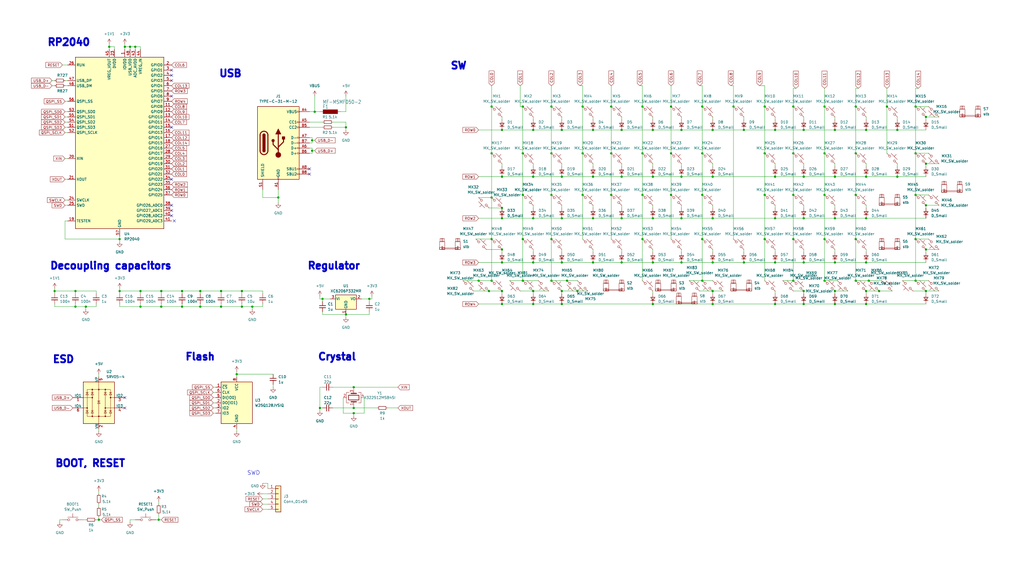
<source format=kicad_sch>
(kicad_sch (version 20230121) (generator eeschema)
  (paper "User" 499.999 280.01)
  (lib_symbols
    (symbol "Connector:USB_C_Receptacle_USB2.0" (pin_names (offset 1.016))
      (property "Reference" "J" (at -10.16 19.05 0))
      (property "Value" "USB_C_Receptacle_USB2.0" (at 19.05 19.05 0))
      (symbol "USB_C_Receptacle_USB2.0_1_1"
        (pin passive line (at 0 -22.86 90) (length 5.08) (name "GND") (number "A1"))
        (pin passive line (at 0 -22.86 90) (length 5.08) hide (name "GND") (number "A12"))
        (pin passive line (at 15.24 15.24 180) (length 5.08) (name "VBUS") (number "A4"))
        (pin bidirectional line (at 15.24 10.16 180) (length 5.08) (name "CC1") (number "A5"))
        (pin bidirectional line (at 15.24 -2.54 180) (length 5.08) (name "D+") (number "A6"))
        (pin bidirectional line (at 15.24 2.54 180) (length 5.08) (name "D-") (number "A7"))
        (pin bidirectional line (at 15.24 -12.7 180) (length 5.08) (name "SBU1") (number "A8"))
        (pin passive line (at 15.24 15.24 180) (length 5.08) hide (name "VBUS") (number "A9"))
        (pin passive line (at 0 -22.86 90) (length 5.08) hide (name "GND") (number "B1"))
        (pin passive line (at 0 -22.86 90) (length 5.08) hide (name "GND") (number "B12"))
        (pin passive line (at 15.24 15.24 180) (length 5.08) hide (name "VBUS") (number "B4"))
        (pin bidirectional line (at 15.24 7.62 180) (length 5.08) (name "CC2") (number "B5"))
        (pin bidirectional line (at 15.24 -5.08 180) (length 5.08) (name "D+") (number "B6"))
        (pin bidirectional line (at 15.24 0 180) (length 5.08) (name "D-") (number "B7"))
        (pin bidirectional line (at 15.24 -15.24 180) (length 5.08) (name "SBU2") (number "B8"))
        (pin passive line (at 15.24 15.24 180) (length 5.08) hide (name "VBUS") (number "B9"))
        (pin passive line (at -7.62 -22.86 90) (length 5.08) (name "SHIELD") (number "S1"))
      )
    )
    (symbol "Connector_Generic:Conn_01x05" (pin_names (offset 1.016) hide)
      (property "Reference" "J" (at 0 7.62 0))
      (property "Value" "Conn_01x05" (at 0 -7.62 0))
      (symbol "Conn_01x05_1_1"
        (pin passive line (at -5.08 5.08 0) (length 3.81) (name "Pin_1") (number "1"))
        (pin passive line (at -5.08 2.54 0) (length 3.81) (name "Pin_2") (number "2"))
        (pin passive line (at -5.08 0 0) (length 3.81) (name "Pin_3") (number "3"))
        (pin passive line (at -5.08 -2.54 0) (length 3.81) (name "Pin_4") (number "4"))
        (pin passive line (at -5.08 -5.08 0) (length 3.81) (name "Pin_5") (number "5"))
      )
    )
    (symbol "Device:C_Small" (pin_numbers hide) (pin_names (offset 0.254) hide)
      (property "Reference" "C" (at 0.254 1.778 0))
      (property "Value" "C_Small" (at 0.254 -2.032 0))
      (symbol "C_Small_1_1"
        (pin passive line (at 0 2.54 270) (length 2.032) (name "~") (number "1"))
        (pin passive line (at 0 -2.54 90) (length 2.032) (name "~") (number "2"))
      )
    )
    (symbol "Device:Crystal_GND24" (pin_names (offset 1.016) hide)
      (property "Reference" "Y" (at 3.175 5.08 0))
      (property "Value" "Crystal_GND24" (at 3.175 3.175 0))
      (symbol "Crystal_GND24_1_1"
        (pin passive line (at -3.81 0 0) (length 1.27) (name "1") (number "1"))
        (pin passive line (at 0 5.08 270) (length 1.27) (name "2") (number "2"))
        (pin passive line (at 3.81 0 180) (length 1.27) (name "3") (number "3"))
        (pin passive line (at 0 -5.08 90) (length 1.27) (name "4") (number "4"))
      )
    )
    (symbol "Device:D_Small" (pin_numbers hide) (pin_names (offset 0.254) hide)
      (property "Reference" "D" (at -1.27 2.032 0))
      (property "Value" "D_Small" (at -3.81 -2.032 0))
      (symbol "D_Small_1_1"
        (pin passive line (at -2.54 0 0) (length 1.778) (name "K") (number "1"))
        (pin passive line (at 2.54 0 180) (length 1.778) (name "A") (number "2"))
      )
    )
    (symbol "Device:R_Small" (pin_numbers hide) (pin_names (offset 0.254) hide)
      (property "Reference" "R" (at 0.762 0.508 0))
      (property "Value" "R_Small" (at 0.762 -1.016 0))
      (symbol "R_Small_1_1"
        (pin passive line (at 0 2.54 270) (length 0.762) (name "~") (number "1"))
        (pin passive line (at 0 -2.54 90) (length 0.762) (name "~") (number "2"))
      )
    )
    (symbol "Leonardo_Rev3e:L-EUL1812"
      (property "Reference" "L" (at -1.4986 -3.81 90))
      (property "Value" "L-EUL1812" (at 3.302 -3.81 90))
      (symbol "L-EUL1812_1_0"
        (pin passive line (at 0 5.08 270) (length 2.54) (name "1") (number "1"))
        (pin passive line (at 0 -5.08 90) (length 2.54) (name "2") (number "2"))
      )
    )
    (symbol "MCU_RaspberryPi:RP2040"
      (property "Reference" "U" (at 17.78 45.72 0))
      (property "Value" "RP2040" (at 17.78 43.18 0))
      (symbol "RP2040_1_1"
        (pin power_in line (at 2.54 45.72 270) (length 3.81) (name "IOVDD") (number "1"))
        (pin passive line (at 2.54 45.72 270) (length 3.81) hide (name "IOVDD") (number "10"))
        (pin bidirectional line (at 25.4 17.78 180) (length 3.81) (name "GPIO8") (number "11"))
        (pin bidirectional line (at 25.4 15.24 180) (length 3.81) (name "GPIO9") (number "12"))
        (pin bidirectional line (at 25.4 12.7 180) (length 3.81) (name "GPIO10") (number "13"))
        (pin bidirectional line (at 25.4 10.16 180) (length 3.81) (name "GPIO11") (number "14"))
        (pin bidirectional line (at 25.4 7.62 180) (length 3.81) (name "GPIO12") (number "15"))
        (pin bidirectional line (at 25.4 5.08 180) (length 3.81) (name "GPIO13") (number "16"))
        (pin bidirectional line (at 25.4 2.54 180) (length 3.81) (name "GPIO14") (number "17"))
        (pin bidirectional line (at 25.4 0 180) (length 3.81) (name "GPIO15") (number "18"))
        (pin input line (at -25.4 -38.1 0) (length 3.81) (name "TESTEN") (number "19"))
        (pin bidirectional line (at 25.4 38.1 180) (length 3.81) (name "GPIO0") (number "2"))
        (pin input line (at -25.4 -7.62 0) (length 3.81) (name "XIN") (number "20"))
        (pin passive line (at -25.4 -17.78 0) (length 3.81) (name "XOUT") (number "21"))
        (pin passive line (at 2.54 45.72 270) (length 3.81) hide (name "IOVDD") (number "22"))
        (pin power_in line (at -2.54 45.72 270) (length 3.81) (name "DVDD") (number "23"))
        (pin input line (at -25.4 -27.94 0) (length 3.81) (name "SWCLK") (number "24"))
        (pin bidirectional line (at -25.4 -30.48 0) (length 3.81) (name "SWD") (number "25"))
        (pin input line (at -25.4 38.1 0) (length 3.81) (name "RUN") (number "26"))
        (pin bidirectional line (at 25.4 -2.54 180) (length 3.81) (name "GPIO16") (number "27"))
        (pin bidirectional line (at 25.4 -5.08 180) (length 3.81) (name "GPIO17") (number "28"))
        (pin bidirectional line (at 25.4 -7.62 180) (length 3.81) (name "GPIO18") (number "29"))
        (pin bidirectional line (at 25.4 35.56 180) (length 3.81) (name "GPIO1") (number "3"))
        (pin bidirectional line (at 25.4 -10.16 180) (length 3.81) (name "GPIO19") (number "30"))
        (pin bidirectional line (at 25.4 -12.7 180) (length 3.81) (name "GPIO20") (number "31"))
        (pin bidirectional line (at 25.4 -15.24 180) (length 3.81) (name "GPIO21") (number "32"))
        (pin passive line (at 2.54 45.72 270) (length 3.81) hide (name "IOVDD") (number "33"))
        (pin bidirectional line (at 25.4 -17.78 180) (length 3.81) (name "GPIO22") (number "34"))
        (pin bidirectional line (at 25.4 -20.32 180) (length 3.81) (name "GPIO23") (number "35"))
        (pin bidirectional line (at 25.4 -22.86 180) (length 3.81) (name "GPIO24") (number "36"))
        (pin bidirectional line (at 25.4 -25.4 180) (length 3.81) (name "GPIO25") (number "37"))
        (pin bidirectional line (at 25.4 -30.48 180) (length 3.81) (name "GPIO26_ADC0") (number "38"))
        (pin bidirectional line (at 25.4 -33.02 180) (length 3.81) (name "GPIO27_ADC1") (number "39"))
        (pin bidirectional line (at 25.4 33.02 180) (length 3.81) (name "GPIO2") (number "4"))
        (pin bidirectional line (at 25.4 -35.56 180) (length 3.81) (name "GPIO28_ADC2") (number "40"))
        (pin bidirectional line (at 25.4 -38.1 180) (length 3.81) (name "GPIO29_ADC3") (number "41"))
        (pin passive line (at 2.54 45.72 270) (length 3.81) hide (name "IOVDD") (number "42"))
        (pin power_in line (at 7.62 45.72 270) (length 3.81) (name "ADC_AVDD") (number "43"))
        (pin power_in line (at 10.16 45.72 270) (length 3.81) (name "VREG_IN") (number "44"))
        (pin power_out line (at -5.08 45.72 270) (length 3.81) (name "VREG_VOUT") (number "45"))
        (pin bidirectional line (at -25.4 27.94 0) (length 3.81) (name "USB_DM") (number "46"))
        (pin bidirectional line (at -25.4 30.48 0) (length 3.81) (name "USB_DP") (number "47"))
        (pin power_in line (at 5.08 45.72 270) (length 3.81) (name "USB_VDD") (number "48"))
        (pin passive line (at 2.54 45.72 270) (length 3.81) hide (name "IOVDD") (number "49"))
        (pin bidirectional line (at 25.4 30.48 180) (length 3.81) (name "GPIO3") (number "5"))
        (pin passive line (at -2.54 45.72 270) (length 3.81) hide (name "DVDD") (number "50"))
        (pin bidirectional line (at -25.4 7.62 0) (length 3.81) (name "QSPI_SD3") (number "51"))
        (pin output line (at -25.4 5.08 0) (length 3.81) (name "QSPI_SCLK") (number "52"))
        (pin bidirectional line (at -25.4 15.24 0) (length 3.81) (name "QSPI_SD0") (number "53"))
        (pin bidirectional line (at -25.4 10.16 0) (length 3.81) (name "QSPI_SD2") (number "54"))
        (pin bidirectional line (at -25.4 12.7 0) (length 3.81) (name "QSPI_SD1") (number "55"))
        (pin bidirectional line (at -25.4 20.32 0) (length 3.81) (name "QSPI_SS") (number "56"))
        (pin power_in line (at 0 -45.72 90) (length 3.81) (name "GND") (number "57"))
        (pin bidirectional line (at 25.4 27.94 180) (length 3.81) (name "GPIO4") (number "6"))
        (pin bidirectional line (at 25.4 25.4 180) (length 3.81) (name "GPIO5") (number "7"))
        (pin bidirectional line (at 25.4 22.86 180) (length 3.81) (name "GPIO6") (number "8"))
        (pin bidirectional line (at 25.4 20.32 180) (length 3.81) (name "GPIO7") (number "9"))
      )
    )
    (symbol "Memory_Flash:W25Q128JVS"
      (property "Reference" "U" (at -8.89 8.89 0))
      (property "Value" "W25Q128JVS" (at 7.62 8.89 0))
      (symbol "W25Q128JVS_1_1"
        (pin input line (at -10.16 7.62 0) (length 2.54) (name "~{CS}") (number "1"))
        (pin bidirectional line (at -10.16 0 0) (length 2.54) (name "DO(IO1)") (number "2"))
        (pin bidirectional line (at -10.16 -2.54 0) (length 2.54) (name "IO2") (number "3"))
        (pin power_in line (at 0 -12.7 90) (length 2.54) (name "GND") (number "4"))
        (pin bidirectional line (at -10.16 2.54 0) (length 2.54) (name "DI(IO0)") (number "5"))
        (pin input line (at -10.16 5.08 0) (length 2.54) (name "CLK") (number "6"))
        (pin bidirectional line (at -10.16 -5.08 0) (length 2.54) (name "IO3") (number "7"))
        (pin power_in line (at 0 12.7 270) (length 2.54) (name "VCC") (number "8"))
      )
    )
    (symbol "PCM_marbastlib-mx:MX_SW_HS" (pin_numbers hide) (pin_names (offset 1.016) hide)
      (property "Reference" "MX" (at 3.048 1.016 0))
      (property "Value" "MX_SW_HS" (at 0 -3.81 0))
      (symbol "MX_SW_HS_0_1"
        (pin passive line (at -2.54 2.54 0) (length 0) (name "1") (number "1"))
        (pin passive line (at 2.54 -2.54 180) (length 0) (name "2") (number "2"))
      )
    )
    (symbol "PCM_marbastlib-mx:MX_stab" (pin_names (offset 1.016))
      (property "Reference" "S" (at -5.08 6.35 0))
      (property "Value" "MX_stab" (at -5.08 3.81 0))
    )
    (symbol "PCM_marbastlib-various:SRV05-4" (pin_names (offset 0))
      (property "Reference" "U" (at -5.08 11.43 0))
      (property "Value" "SRV05-4" (at 2.54 11.43 0))
      (symbol "SRV05-4_1_1"
        (pin passive line (at -12.7 2.54 0) (length 5.08) (name "IO1") (number "1"))
        (pin passive line (at 0 -12.7 90) (length 2.54) (name "VN") (number "2"))
        (pin passive line (at 12.7 2.54 180) (length 5.08) (name "IO2") (number "3"))
        (pin passive line (at 12.7 -2.54 180) (length 5.08) (name "IO3") (number "4"))
        (pin passive line (at 0 12.7 270) (length 2.54) (name "VP") (number "5"))
        (pin passive line (at -12.7 -2.54 0) (length 5.08) (name "IO4") (number "6"))
      )
    )
    (symbol "Regulator_Linear:XC6206PxxxMR" (pin_names (offset 0.254))
      (property "Reference" "U" (at -3.81 3.175 0))
      (property "Value" "XC6206PxxxMR" (at 0 3.175 0))
      (symbol "XC6206PxxxMR_1_1"
        (pin power_in line (at 0 -7.62 90) (length 2.54) (name "GND") (number "1"))
        (pin power_out line (at 7.62 0 180) (length 2.54) (name "VO") (number "2"))
        (pin power_in line (at -7.62 0 0) (length 2.54) (name "VI") (number "3"))
      )
    )
    (symbol "Switch:SW_Push" (pin_numbers hide) (pin_names (offset 1.016) hide)
      (property "Reference" "SW" (at 1.27 2.54 0))
      (property "Value" "SW_Push" (at 0 -1.524 0))
      (symbol "SW_Push_0_1"
        (pin passive line (at -5.08 0 0) (length 2.54) (name "1") (number "1"))
        (pin passive line (at 5.08 0 180) (length 2.54) (name "2") (number "2"))
      )
    )
    (symbol "power:+1V1" (power) (pin_names (offset 0))
      (property "Value" "+1V1" (at 0 3.556 0))
      (symbol "+1V1_1_1"
        (pin power_in line (at 0 0 90) (length 0) hide (name "+1V1") (number "1"))
      )
    )
    (symbol "power:+3V3" (power) (pin_names (offset 0))
      (property "Value" "+3V3" (at 0 3.556 0))
      (symbol "+3V3_1_1"
        (pin power_in line (at 0 0 90) (length 0) hide (name "+3V3") (number "1"))
      )
    )
    (symbol "power:+5V" (power) (pin_names (offset 0))
      (property "Value" "+5V" (at 0 3.556 0))
      (symbol "+5V_1_1"
        (pin power_in line (at 0 0 90) (length 0) hide (name "+5V") (number "1"))
      )
    )
    (symbol "power:GND" (power) (pin_names (offset 0))
      (property "Value" "GND" (at 0 -3.81 0))
      (symbol "GND_1_1"
        (pin power_in line (at 0 0 270) (length 0) hide (name "GND") (number "1"))
      )
    )
    (symbol "power:VBUS" (power) (pin_names (offset 0))
      (property "Value" "VBUS" (at 0 3.81 0))
      (symbol "VBUS_1_1"
        (pin power_in line (at 0 0 90) (length 0) hide (name "VBUS") (number "1"))
      )
    )
  )
  (junction (at 78.74 142.24))
  (junction (at 417.83 137.16))
  (junction (at 245.11 63.5))
  (junction (at 318.77 63.5))
  (junction (at 97.79 149.86))
  (junction (at 332.74 63.5))
  (junction (at 424.18 137.16))
  (junction (at 347.98 142.24))
  (junction (at 245.11 128.27))
  (junction (at 245.11 121.92))
  (junction (at 417.83 95.25))
  (junction (at 318.77 86.36))
  (junction (at 363.22 63.5))
  (junction (at 387.35 52.07))
  (junction (at 238.76 142.24))
  (junction (at 269.24 116.84))
  (junction (at 58.42 116.84))
  (junction (at 447.04 137.16))
  (junction (at 172.72 189.23))
  (junction (at 135.89 96.52))
  (junction (at 407.67 142.24))
  (junction (at 422.91 128.27))
  (junction (at 392.43 86.36))
  (junction (at 429.26 142.24))
  (junction (at 107.95 142.24))
  (junction (at 402.59 137.16))
  (junction (at 260.35 63.5))
  (junction (at 392.43 63.5))
  (junction (at 233.68 137.16))
  (junction (at 172.72 199.39))
  (junction (at 68.58 149.86))
  (junction (at 402.59 74.93))
  (junction (at 269.24 137.16))
  (junction (at 260.35 148.59))
  (junction (at 255.27 116.84))
  (junction (at 452.12 57.15))
  (junction (at 118.11 149.86))
  (junction (at 452.12 121.92))
  (junction (at 402.59 116.84))
  (junction (at 107.95 149.86))
  (junction (at 269.24 52.07))
  (junction (at 422.91 86.36))
  (junction (at 402.59 52.07))
  (junction (at 407.67 86.36))
  (junction (at 347.98 148.59))
  (junction (at 284.48 52.07))
  (junction (at 53.34 22.86))
  (junction (at 318.77 128.27))
  (junction (at 36.83 149.86))
  (junction (at 260.35 86.36))
  (junction (at 347.98 63.5))
  (junction (at 332.74 106.68))
  (junction (at 373.38 95.25))
  (junction (at 407.67 106.68))
  (junction (at 289.56 128.27))
  (junction (at 156.21 199.39))
  (junction (at 387.35 137.16))
  (junction (at 240.03 52.07))
  (junction (at 180.34 146.05))
  (junction (at 387.35 74.93))
  (junction (at 284.48 74.93))
  (junction (at 422.91 106.68))
  (junction (at 172.72 201.93))
  (junction (at 269.24 74.93))
  (junction (at 284.48 95.25))
  (junction (at 387.35 95.25))
  (junction (at 269.24 95.25))
  (junction (at 152.4 73.66))
  (junction (at 60.96 22.86))
  (junction (at 240.03 137.16))
  (junction (at 48.26 254))
  (junction (at 26.67 142.24))
  (junction (at 289.56 86.36))
  (junction (at 378.46 86.36))
  (junction (at 97.79 142.24))
  (junction (at 240.03 74.93))
  (junction (at 347.98 106.68))
  (junction (at 303.53 63.5))
  (junction (at 63.5 22.86))
  (junction (at 303.53 128.27))
  (junction (at 392.43 106.68))
  (junction (at 327.66 74.93))
  (junction (at 157.48 146.05))
  (junction (at 407.67 128.27))
  (junction (at 245.11 106.68))
  (junction (at 327.66 52.07))
  (junction (at 342.9 95.25))
  (junction (at 313.69 52.07))
  (junction (at 392.43 142.24))
  (junction (at 168.91 153.67))
  (junction (at 245.11 101.6))
  (junction (at 168.91 62.23))
  (junction (at 303.53 86.36))
  (junction (at 260.35 106.68))
  (junction (at 298.45 74.93))
  (junction (at 447.04 52.07))
  (junction (at 318.77 148.59))
  (junction (at 378.46 106.68))
  (junction (at 447.04 95.25))
  (junction (at 255.27 52.07))
  (junction (at 313.69 116.84))
  (junction (at 332.74 128.27))
  (junction (at 260.35 142.24))
  (junction (at 342.9 137.16))
  (junction (at 452.12 142.24))
  (junction (at 407.67 63.5))
  (junction (at 378.46 148.59))
  (junction (at 373.38 74.93))
  (junction (at 378.46 128.27))
  (junction (at 327.66 95.25))
  (junction (at 152.4 68.58))
  (junction (at 298.45 52.07))
  (junction (at 402.59 95.25))
  (junction (at 358.14 52.07))
  (junction (at 422.91 63.5))
  (junction (at 255.27 137.16))
  (junction (at 153.67 54.61))
  (junction (at 58.42 142.24))
  (junction (at 274.32 142.24))
  (junction (at 289.56 63.5))
  (junction (at 452.12 100.33))
  (junction (at 281.94 142.24))
  (junction (at 452.12 80.01))
  (junction (at 115.57 182.88))
  (junction (at 417.83 52.07))
  (junction (at 240.03 96.52))
  (junction (at 298.45 95.25))
  (junction (at 342.9 116.84))
  (junction (at 392.43 128.27))
  (junction (at 276.86 137.16))
  (junction (at 274.32 106.68))
  (junction (at 347.98 128.27))
  (junction (at 447.04 74.93))
  (junction (at 303.53 106.68))
  (junction (at 66.04 22.86))
  (junction (at 438.15 86.36))
  (junction (at 274.32 128.27))
  (junction (at 387.35 116.84))
  (junction (at 274.32 63.5))
  (junction (at 373.38 116.84))
  (junction (at 118.11 142.24))
  (junction (at 255.27 74.93))
  (junction (at 245.11 148.59))
  (junction (at 274.32 86.36))
  (junction (at 77.47 254))
  (junction (at 289.56 106.68))
  (junction (at 260.35 128.27))
  (junction (at 88.9 142.24))
  (junction (at 373.38 52.07))
  (junction (at 78.74 149.86))
  (junction (at 422.91 148.59))
  (junction (at 36.83 142.24))
  (junction (at 245.11 142.24))
  (junction (at 433.07 52.07))
  (junction (at 378.46 63.5))
  (junction (at 392.43 148.59))
  (junction (at 342.9 52.07))
  (junction (at 447.04 116.84))
  (junction (at 342.9 74.93))
  (junction (at 245.11 86.36))
  (junction (at 123.19 149.86))
  (junction (at 422.91 142.24))
  (junction (at 332.74 86.36))
  (junction (at 417.83 116.84))
  (junction (at 438.15 63.5))
  (junction (at 41.91 149.86))
  (junction (at 240.03 116.84))
  (junction (at 313.69 74.93))
  (junction (at 347.98 86.36))
  (junction (at 363.22 128.27))
  (junction (at 255.27 95.25))
  (junction (at 88.9 149.86))
  (junction (at 407.67 148.59))
  (junction (at 313.69 95.25))
  (junction (at 68.58 142.24))
  (junction (at 318.77 106.68))
  (junction (at 274.32 148.59))
  (junction (at 417.83 74.93))
  (no_connect (at 60.96 194.31))
  (no_connect (at 83.82 34.29))
  (no_connect (at 83.82 62.23))
  (no_connect (at 60.96 199.39))
  (no_connect (at 83.82 100.33))
  (no_connect (at 83.82 46.99))
  (no_connect (at 151.13 82.55))
  (no_connect (at 85.09 107.95))
  (no_connect (at 83.82 39.37))
  (no_connect (at 83.82 87.63))
  (no_connect (at 83.82 102.87))
  (no_connect (at 83.82 36.83))
  (no_connect (at 83.82 105.41))
  (no_connect (at 151.13 85.09))
  (wire (pts (xy 281.94 142.24) (xy 287.02 142.24)))
  (wire (pts (xy 387.35 95.25) (xy 387.35 116.84)))
  (wire (pts (xy 407.67 86.36) (xy 422.91 86.36)))
  (wire (pts (xy 176.53 146.05) (xy 180.34 146.05)))
  (wire (pts (xy 245.11 86.36) (xy 260.35 86.36)))
  (wire (pts (xy 128.27 236.22) (xy 130.81 236.22)))
  (wire (pts (xy 289.56 86.36) (xy 303.53 86.36)))
  (wire (pts (xy 452.12 57.15) (xy 458.47 57.15)))
  (wire (pts (xy 358.14 52.07) (xy 358.14 116.84)))
  (wire (pts (xy 180.34 152.4) (xy 180.34 153.67)))
  (wire (pts (xy 438.15 57.15) (xy 438.15 58.42)))
  (wire (pts (xy 347.98 100.33) (xy 347.98 101.6)))
  (wire (pts (xy 284.48 52.07) (xy 284.48 74.93)))
  (wire (pts (xy 66.04 24.13) (xy 66.04 22.86)))
  (wire (pts (xy 66.04 22.86) (xy 63.5 22.86)))
  (wire (pts (xy 240.03 116.84) (xy 240.03 137.16)))
  (wire (pts (xy 407.67 142.24) (xy 414.02 142.24)))
  (wire (pts (xy 417.83 52.07) (xy 417.83 43.18)))
  (wire (pts (xy 189.23 199.39) (xy 194.31 199.39)))
  (wire (pts (xy 433.07 52.07) (xy 433.07 74.93)))
  (wire (pts (xy 156.21 199.39) (xy 156.21 200.66)))
  (wire (pts (xy 46.99 143.51) (xy 46.99 142.24)))
  (wire (pts (xy 26.67 149.86) (xy 36.83 149.86)))
  (wire (pts (xy 33.02 107.95) (xy 31.75 107.95)))
  (wire (pts (xy 63.5 22.86) (xy 63.5 24.13)))
  (wire (pts (xy 269.24 52.07) (xy 269.24 74.93)))
  (wire (pts (xy 318.77 63.5) (xy 332.74 63.5)))
  (wire (pts (xy 402.59 52.07) (xy 402.59 74.93)))
  (wire (pts (xy 347.98 63.5) (xy 363.22 63.5)))
  (wire (pts (xy 36.83 142.24) (xy 36.83 143.51)))
  (wire (pts (xy 77.47 251.46) (xy 77.47 254)))
  (wire (pts (xy 180.34 146.05) (xy 180.34 147.32)))
  (wire (pts (xy 438.15 63.5) (xy 452.12 63.5)))
  (wire (pts (xy 77.47 254) (xy 76.2 254)))
  (wire (pts (xy 318.77 57.15) (xy 318.77 58.42)))
  (wire (pts (xy 392.43 128.27) (xy 407.67 128.27)))
  (wire (pts (xy 417.83 74.93) (xy 417.83 95.25)))
  (wire (pts (xy 255.27 95.25) (xy 255.27 116.84)))
  (wire (pts (xy 269.24 41.91) (xy 269.24 52.07)))
  (wire (pts (xy 274.32 57.15) (xy 274.32 58.42)))
  (wire (pts (xy 358.14 52.07) (xy 358.14 41.91)))
  (wire (pts (xy 128.27 142.24) (xy 128.27 143.51)))
  (wire (pts (xy 29.21 254) (xy 29.21 255.27)))
  (wire (pts (xy 313.69 74.93) (xy 313.69 95.25)))
  (wire (pts (xy 157.48 146.05) (xy 157.48 147.32)))
  (wire (pts (xy 373.38 74.93) (xy 373.38 95.25)))
  (wire (pts (xy 31.75 41.91) (xy 33.02 41.91)))
  (wire (pts (xy 172.72 189.23) (xy 194.31 189.23)))
  (wire (pts (xy 157.48 152.4) (xy 157.48 153.67)))
  (wire (pts (xy 245.11 142.24) (xy 245.11 143.51)))
  (wire (pts (xy 342.9 95.25) (xy 342.9 116.84)))
  (wire (pts (xy 162.56 199.39) (xy 172.72 199.39)))
  (wire (pts (xy 167.64 194.31) (xy 167.64 201.93)))
  (wire (pts (xy 445.77 142.24) (xy 452.12 142.24)))
  (wire (pts (xy 298.45 41.91) (xy 298.45 52.07)))
  (wire (pts (xy 104.14 194.31) (xy 105.41 194.31)))
  (wire (pts (xy 422.91 57.15) (xy 422.91 58.42)))
  (wire (pts (xy 78.74 149.86) (xy 88.9 149.86)))
  (wire (pts (xy 284.48 41.91) (xy 283.21 41.91)))
  (wire (pts (xy 452.12 100.33) (xy 458.47 100.33)))
  (wire (pts (xy 172.72 203.2) (xy 172.72 201.93)))
  (wire (pts (xy 238.76 142.24) (xy 245.11 142.24)))
  (wire (pts (xy 26.67 148.59) (xy 26.67 149.86)))
  (wire (pts (xy 342.9 74.93) (xy 342.9 95.25)))
  (wire (pts (xy 453.39 95.25) (xy 447.04 95.25)))
  (wire (pts (xy 407.67 80.01) (xy 407.67 81.28)))
  (wire (pts (xy 48.26 240.03) (xy 48.26 241.3)))
  (wire (pts (xy 172.72 199.39) (xy 184.15 199.39)))
  (wire (pts (xy 303.53 106.68) (xy 318.77 106.68)))
  (wire (pts (xy 157.48 146.05) (xy 161.29 146.05)))
  (wire (pts (xy 88.9 142.24) (xy 97.79 142.24)))
  (wire (pts (xy 48.26 209.55) (xy 48.26 210.82)))
  (wire (pts (xy 284.48 95.25) (xy 284.48 116.84)))
  (wire (pts (xy 233.68 148.59) (xy 245.11 148.59)))
  (wire (pts (xy 392.43 106.68) (xy 407.67 106.68)))
  (wire (pts (xy 347.98 86.36) (xy 378.46 86.36)))
  (wire (pts (xy 31.75 62.23) (xy 33.02 62.23)))
  (wire (pts (xy 347.98 80.01) (xy 347.98 81.28)))
  (wire (pts (xy 260.35 142.24) (xy 267.97 142.24)))
  (wire (pts (xy 254 52.07) (xy 255.27 52.07)))
  (wire (pts (xy 68.58 142.24) (xy 68.58 143.51)))
  (wire (pts (xy 36.83 142.24) (xy 46.99 142.24)))
  (wire (pts (xy 53.34 21.59) (xy 53.34 22.86)))
  (wire (pts (xy 332.74 121.92) (xy 332.74 123.19)))
  (wire (pts (xy 31.75 49.53) (xy 33.02 49.53)))
  (wire (pts (xy 392.43 63.5) (xy 407.67 63.5)))
  (wire (pts (xy 245.11 121.92) (xy 245.11 123.19)))
  (wire (pts (xy 25.4 39.37) (xy 26.67 39.37)))
  (wire (pts (xy 55.88 22.86) (xy 55.88 24.13)))
  (wire (pts (xy 46.99 148.59) (xy 46.99 149.86)))
  (wire (pts (xy 260.35 121.92) (xy 260.35 123.19)))
  (wire (pts (xy 318.77 106.68) (xy 332.74 106.68)))
  (wire (pts (xy 128.27 149.86) (xy 128.27 148.59)))
  (wire (pts (xy 303.53 121.92) (xy 303.53 123.19)))
  (wire (pts (xy 53.34 22.86) (xy 55.88 22.86)))
  (wire (pts (xy 274.32 63.5) (xy 289.56 63.5)))
  (wire (pts (xy 298.45 74.93) (xy 298.45 95.25)))
  (wire (pts (xy 31.75 100.33) (xy 33.02 100.33)))
  (wire (pts (xy 332.74 100.33) (xy 332.74 101.6)))
  (wire (pts (xy 68.58 149.86) (xy 78.74 149.86)))
  (wire (pts (xy 115.57 181.61) (xy 115.57 182.88)))
  (wire (pts (xy 156.21 146.05) (xy 156.21 144.78)))
  (wire (pts (xy 226.06 137.16) (xy 233.68 137.16)))
  (wire (pts (xy 181.61 146.05) (xy 181.61 144.78)))
  (wire (pts (xy 151.13 69.85) (xy 152.4 69.85)))
  (wire (pts (xy 152.4 73.66) (xy 153.67 73.66)))
  (wire (pts (xy 104.14 201.93) (xy 105.41 201.93)))
  (wire (pts (xy 78.74 148.59) (xy 78.74 149.86)))
  (wire (pts (xy 274.32 86.36) (xy 289.56 86.36)))
  (wire (pts (xy 162.56 62.23) (xy 168.91 62.23)))
  (wire (pts (xy 342.9 41.91) (xy 341.63 41.91)))
  (wire (pts (xy 327.66 41.91) (xy 327.66 52.07)))
  (wire (pts (xy 255.27 74.93) (xy 255.27 95.25)))
  (wire (pts (xy 318.77 128.27) (xy 332.74 128.27)))
  (wire (pts (xy 240.03 52.07) (xy 240.03 74.93)))
  (wire (pts (xy 167.64 201.93) (xy 172.72 201.93)))
  (wire (pts (xy 107.95 149.86) (xy 118.11 149.86)))
  (wire (pts (xy 392.43 57.15) (xy 392.43 58.42)))
  (wire (pts (xy 392.43 86.36) (xy 407.67 86.36)))
  (wire (pts (xy 378.46 80.01) (xy 378.46 81.28)))
  (wire (pts (xy 260.35 106.68) (xy 274.32 106.68)))
  (wire (pts (xy 447.04 52.07) (xy 447.04 74.93)))
  (wire (pts (xy 31.75 57.15) (xy 33.02 57.15)))
  (wire (pts (xy 231.14 142.24) (xy 238.76 142.24)))
  (wire (pts (xy 60.96 22.86) (xy 63.5 22.86)))
  (wire (pts (xy 233.68 106.68) (xy 245.11 106.68)))
  (wire (pts (xy 152.4 72.39) (xy 151.13 72.39)))
  (wire (pts (xy 269.24 137.16) (xy 276.86 137.16)))
  (wire (pts (xy 407.67 121.92) (xy 407.67 123.19)))
  (wire (pts (xy 447.04 43.18) (xy 448.31 43.18)))
  (wire (pts (xy 135.89 92.71) (xy 135.89 96.52)))
  (wire (pts (xy 66.04 22.86) (xy 68.58 22.86)))
  (wire (pts (xy 318.77 80.01) (xy 318.77 81.28)))
  (wire (pts (xy 41.91 151.13) (xy 41.91 149.86)))
  (wire (pts (xy 363.22 57.15) (xy 363.22 58.42)))
  (wire (pts (xy 240.03 41.91) (xy 240.03 52.07)))
  (wire (pts (xy 392.43 142.24) (xy 392.43 143.51)))
  (wire (pts (xy 151.13 59.69) (xy 157.48 59.69)))
  (wire (pts (xy 240.03 74.93) (xy 240.03 96.52)))
  (wire (pts (xy 363.22 128.27) (xy 378.46 128.27)))
  (wire (pts (xy 238.76 101.6) (xy 245.11 101.6)))
  (wire (pts (xy 387.35 74.93) (xy 387.35 95.25)))
  (wire (pts (xy 58.42 118.11) (xy 58.42 116.84)))
  (wire (pts (xy 104.14 191.77) (xy 105.41 191.77)))
  (wire (pts (xy 135.89 96.52) (xy 135.89 99.06)))
  (wire (pts (xy 318.77 121.92) (xy 318.77 123.19)))
  (wire (pts (xy 347.98 128.27) (xy 363.22 128.27)))
  (wire (pts (xy 269.24 74.93) (xy 269.24 95.25)))
  (wire (pts (xy 407.67 148.59) (xy 422.91 148.59)))
  (wire (pts (xy 378.46 106.68) (xy 392.43 106.68)))
  (wire (pts (xy 88.9 143.51) (xy 88.9 142.24)))
  (wire (pts (xy 274.32 142.24) (xy 274.32 143.51)))
  (wire (pts (xy 115.57 182.88) (xy 115.57 184.15)))
  (wire (pts (xy 31.75 107.95) (xy 31.75 116.84)))
  (wire (pts (xy 407.67 128.27) (xy 422.91 128.27)))
  (wire (pts (xy 172.72 198.12) (xy 172.72 199.39)))
  (wire (pts (xy 88.9 149.86) (xy 97.79 149.86)))
  (wire (pts (xy 58.42 148.59) (xy 58.42 149.86)))
  (wire (pts (xy 152.4 68.58) (xy 152.4 67.31)))
  (wire (pts (xy 245.11 128.27) (xy 260.35 128.27)))
  (wire (pts (xy 153.67 46.99) (xy 153.67 54.61)))
  (wire (pts (xy 327.66 52.07) (xy 327.66 74.93)))
  (wire (pts (xy 255.27 52.07) (xy 255.27 74.93)))
  (wire (pts (xy 240.03 137.16) (xy 233.68 137.16)))
  (wire (pts (xy 60.96 24.13) (xy 60.96 22.86)))
  (wire (pts (xy 327.66 74.93) (xy 327.66 95.25)))
  (wire (pts (xy 407.67 106.68) (xy 422.91 106.68)))
  (wire (pts (xy 168.91 153.67) (xy 180.34 153.67)))
  (wire (pts (xy 152.4 69.85) (xy 152.4 68.58)))
  (wire (pts (xy 402.59 116.84) (xy 402.59 137.16)))
  (wire (pts (xy 438.15 80.01) (xy 438.15 81.28)))
  (wire (pts (xy 378.46 121.92) (xy 378.46 123.19)))
  (wire (pts (xy 78.74 254) (xy 77.47 254)))
  (wire (pts (xy 429.26 142.24) (xy 435.61 142.24)))
  (wire (pts (xy 424.18 137.16) (xy 430.53 137.16)))
  (wire (pts (xy 392.43 148.59) (xy 407.67 148.59)))
  (wire (pts (xy 274.32 100.33) (xy 274.32 101.6)))
  (wire (pts (xy 260.35 63.5) (xy 274.32 63.5)))
  (wire (pts (xy 248.92 137.16) (xy 255.27 137.16)))
  (wire (pts (xy 303.53 100.33) (xy 303.53 101.6)))
  (wire (pts (xy 387.35 116.84) (xy 387.35 137.16)))
  (wire (pts (xy 168.91 63.5) (xy 168.91 62.23)))
  (wire (pts (xy 378.46 57.15) (xy 378.46 58.42)))
  (wire (pts (xy 373.38 116.84) (xy 373.38 137.16)))
  (wire (pts (xy 289.56 57.15) (xy 289.56 58.42)))
  (wire (pts (xy 245.11 106.68) (xy 260.35 106.68)))
  (wire (pts (xy 78.74 143.51) (xy 78.74 142.24)))
  (wire (pts (xy 289.56 128.27) (xy 303.53 128.27)))
  (wire (pts (xy 115.57 209.55) (xy 115.57 210.82)))
  (wire (pts (xy 422.91 142.24) (xy 429.26 142.24)))
  (wire (pts (xy 284.48 52.07) (xy 284.48 41.91)))
  (wire (pts (xy 274.32 142.24) (xy 281.94 142.24)))
  (wire (pts (xy 128.27 96.52) (xy 135.89 96.52)))
  (wire (pts (xy 269.24 95.25) (xy 269.24 116.84)))
  (wire (pts (xy 133.35 187.96) (xy 133.35 189.23)))
  (wire (pts (xy 77.47 245.11) (xy 77.47 246.38)))
  (wire (pts (xy 378.46 128.27) (xy 392.43 128.27)))
  (wire (pts (xy 327.66 95.25) (xy 327.66 116.84)))
  (wire (pts (xy 289.56 63.5) (xy 303.53 63.5)))
  (wire (pts (xy 104.14 199.39) (xy 105.41 199.39)))
  (wire (pts (xy 422.91 148.59) (xy 452.12 148.59)))
  (wire (pts (xy 237.49 121.92) (xy 245.11 121.92)))
  (wire (pts (xy 260.35 100.33) (xy 260.35 101.6)))
  (wire (pts (xy 363.22 63.5) (xy 378.46 63.5)))
  (wire (pts (xy 53.34 24.13) (xy 53.34 22.86)))
  (wire (pts (xy 422.91 121.92) (xy 422.91 123.19)))
  (wire (pts (xy 313.69 52.07) (xy 313.69 74.93)))
  (wire (pts (xy 332.74 106.68) (xy 347.98 106.68)))
  (wire (pts (xy 303.53 86.36) (xy 318.77 86.36)))
  (wire (pts (xy 342.9 52.07) (xy 342.9 74.93)))
  (wire (pts (xy 58.42 140.97) (xy 58.42 142.24)))
  (wire (pts (xy 452.12 100.33) (xy 452.12 101.6)))
  (wire (pts (xy 168.91 54.61) (xy 168.91 46.99)))
  (wire (pts (xy 30.48 254) (xy 29.21 254)))
  (wire (pts (xy 313.69 41.91) (xy 312.42 41.91)))
  (wire (pts (xy 41.91 149.86) (xy 46.99 149.86)))
  (wire (pts (xy 289.56 121.92) (xy 289.56 123.19)))
  (wire (pts (xy 417.83 43.18) (xy 419.1 43.18)))
  (wire (pts (xy 387.35 43.18) (xy 388.62 43.18)))
  (wire (pts (xy 332.74 80.01) (xy 332.74 81.28)))
  (wire (pts (xy 30.48 31.75) (xy 33.02 31.75)))
  (wire (pts (xy 88.9 148.59) (xy 88.9 149.86)))
  (wire (pts (xy 303.53 80.01) (xy 303.53 81.28)))
  (wire (pts (xy 332.74 63.5) (xy 347.98 63.5)))
  (wire (pts (xy 392.43 121.92) (xy 392.43 123.19)))
  (wire (pts (xy 97.79 148.59) (xy 97.79 149.86)))
  (wire (pts (xy 48.26 252.73) (xy 48.26 254)))
  (wire (pts (xy 387.35 142.24) (xy 392.43 142.24)))
  (wire (pts (xy 156.21 199.39) (xy 157.48 199.39)))
  (wire (pts (xy 298.45 95.25) (xy 298.45 116.84)))
  (wire (pts (xy 452.12 57.15) (xy 452.12 58.42)))
  (wire (pts (xy 382.27 137.16) (xy 387.35 137.16)))
  (wire (pts (xy 168.91 154.94) (xy 168.91 153.67)))
  (wire (pts (xy 452.12 80.01) (xy 452.12 81.28)))
  (wire (pts (xy 447.04 74.93) (xy 453.39 74.93)))
  (wire (pts (xy 447.04 52.07) (xy 447.04 43.18)))
  (wire (pts (xy 422.91 80.01) (xy 422.91 81.28)))
  (wire (pts (xy 63.5 254) (xy 63.5 255.27)))
  (wire (pts (xy 118.11 149.86) (xy 123.19 149.86)))
  (wire (pts (xy 378.46 148.59) (xy 392.43 148.59)))
  (wire (pts (xy 48.26 254) (xy 49.53 254)))
  (wire (pts (xy 347.98 142.24) (xy 353.06 142.24)))
  (wire (pts (xy 407.67 57.15) (xy 407.67 58.42)))
  (wire (pts (xy 26.67 143.51) (xy 26.67 142.24)))
  (wire (pts (xy 68.58 142.24) (xy 78.74 142.24)))
  (wire (pts (xy 289.56 106.68) (xy 303.53 106.68)))
  (wire (pts (xy 438.15 86.36) (xy 452.12 86.36)))
  (wire (pts (xy 157.48 153.67) (xy 168.91 153.67)))
  (wire (pts (xy 447.04 74.93) (xy 447.04 95.25)))
  (wire (pts (xy 402.59 74.93) (xy 402.59 95.25)))
  (wire (pts (xy 318.77 86.36) (xy 332.74 86.36)))
  (wire (pts (xy 31.75 54.61) (xy 33.02 54.61)))
  (wire (pts (xy 40.64 254) (xy 41.91 254)))
  (wire (pts (xy 452.12 142.24) (xy 458.47 142.24)))
  (wire (pts (xy 60.96 21.59) (xy 60.96 22.86)))
  (wire (pts (xy 378.46 86.36) (xy 392.43 86.36)))
  (wire (pts (xy 245.11 63.5) (xy 260.35 63.5)))
  (wire (pts (xy 123.19 151.13) (xy 123.19 149.86)))
  (wire (pts (xy 107.95 143.51) (xy 107.95 142.24)))
  (wire (pts (xy 313.69 116.84) (xy 313.69 137.16)))
  (wire (pts (xy 177.8 194.31) (xy 177.8 201.93)))
  (wire (pts (xy 276.86 137.16) (xy 281.94 137.16)))
  (wire (pts (xy 274.32 128.27) (xy 289.56 128.27)))
  (wire (pts (xy 26.67 140.97) (xy 26.67 142.24)))
  (wire (pts (xy 407.67 142.24) (xy 407.67 143.51)))
  (wire (pts (xy 31.75 59.69) (xy 33.02 59.69)))
  (wire (pts (xy 318.77 142.24) (xy 318.77 143.51)))
  (wire (pts (xy 232.41 116.84) (xy 240.03 116.84)))
  (wire (pts (xy 58.42 116.84) (xy 58.42 115.57)))
  (wire (pts (xy 378.46 101.6) (xy 378.46 100.33)))
  (wire (pts (xy 407.67 63.5) (xy 422.91 63.5)))
  (wire (pts (xy 347.98 143.51) (xy 347.98 142.24)))
  (wire (pts (xy 128.27 248.92) (xy 130.81 248.92)))
  (wire (pts (xy 303.53 128.27) (xy 318.77 128.27)))
  (wire (pts (xy 233.68 63.5) (xy 245.11 63.5)))
  (wire (pts (xy 417.83 116.84) (xy 417.83 137.16)))
  (wire (pts (xy 260.35 128.27) (xy 274.32 128.27)))
  (wire (pts (xy 318.77 148.59) (xy 347.98 148.59)))
  (wire (pts (xy 107.95 148.59) (xy 107.95 149.86)))
  (wire (pts (xy 36.83 148.59) (xy 36.83 149.86)))
  (wire (pts (xy 97.79 142.24) (xy 107.95 142.24)))
  (wire (pts (xy 318.77 100.33) (xy 318.77 101.6)))
  (wire (pts (xy 347.98 57.15) (xy 347.98 58.42)))
  (wire (pts (xy 387.35 52.07) (xy 387.35 74.93)))
  (wire (pts (xy 233.68 86.36) (xy 245.11 86.36)))
  (wire (pts (xy 447.04 116.84) (xy 453.39 116.84)))
  (wire (pts (xy 422.91 142.24) (xy 422.91 143.51)))
  (wire (pts (xy 358.14 41.91) (xy 356.87 41.91)))
  (wire (pts (xy 58.42 142.24) (xy 68.58 142.24)))
  (wire (pts (xy 260.35 142.24) (xy 260.35 143.51)))
  (wire (pts (xy 104.14 189.23) (xy 105.41 189.23)))
  (wire (pts (xy 180.34 146.05) (xy 181.61 146.05)))
  (wire (pts (xy 68.58 24.13) (xy 68.58 22.86)))
  (wire (pts (xy 440.69 137.16) (xy 447.04 137.16)))
  (wire (pts (xy 177.8 201.93) (xy 172.72 201.93)))
  (wire (pts (xy 260.35 86.36) (xy 274.32 86.36)))
  (wire (pts (xy 298.45 52.07) (xy 298.45 74.93)))
  (wire (pts (xy 274.32 106.68) (xy 289.56 106.68)))
  (wire (pts (xy 240.03 96.52) (xy 240.03 116.84)))
  (wire (pts (xy 373.38 41.91) (xy 370.84 41.91)))
  (wire (pts (xy 447.04 52.07) (xy 453.39 52.07)))
  (wire (pts (xy 269.24 116.84) (xy 269.24 137.16)))
  (wire (pts (xy 255.27 116.84) (xy 255.27 137.16)))
  (wire (pts (xy 303.53 57.15) (xy 303.53 58.42)))
  (wire (pts (xy 336.55 137.16) (xy 342.9 137.16)))
  (wire (pts (xy 433.07 43.18) (xy 433.07 52.07)))
  (wire (pts (xy 341.63 142.24) (xy 347.98 142.24)))
  (wire (pts (xy 392.43 80.01) (xy 392.43 81.28)))
  (wire (pts (xy 303.53 63.5) (xy 318.77 63.5)))
  (wire (pts (xy 31.75 87.63) (xy 33.02 87.63)))
  (wire (pts (xy 313.69 52.07) (xy 313.69 41.91)))
  (wire (pts (xy 447.04 137.16) (xy 453.39 137.16)))
  (wire (pts (xy 48.26 182.88) (xy 48.26 184.15)))
  (wire (pts (xy 115.57 182.88) (xy 133.35 182.88)))
  (wire (pts (xy 284.48 74.93) (xy 284.48 95.25)))
  (wire (pts (xy 107.95 142.24) (xy 118.11 142.24)))
  (wire (pts (xy 118.11 148.59) (xy 118.11 149.86)))
  (wire (pts (xy 342.9 116.84) (xy 342.9 137.16)))
  (wire (pts (xy 255.27 137.16) (xy 262.89 137.16)))
  (wire (pts (xy 128.27 243.84) (xy 130.81 243.84)))
  (wire (pts (xy 31.75 39.37) (xy 33.02 39.37)))
  (wire (pts (xy 422.91 63.5) (xy 438.15 63.5)))
  (wire (pts (xy 48.26 247.65) (xy 48.26 246.38)))
  (wire (pts (xy 392.43 100.33) (xy 392.43 101.6)))
  (wire (pts (xy 31.75 97.79) (xy 33.02 97.79)))
  (wire (pts (xy 342.9 137.16) (xy 347.98 137.16)))
  (wire (pts (xy 78.74 142.24) (xy 88.9 142.24)))
  (wire (pts (xy 166.37 54.61) (xy 168.91 54.61)))
  (wire (pts (xy 417.83 95.25) (xy 417.83 116.84)))
  (wire (pts (xy 260.35 57.15) (xy 260.35 58.42)))
  (wire (pts (xy 151.13 67.31) (xy 152.4 67.31)))
  (wire (pts (xy 274.32 80.01) (xy 274.32 81.28)))
  (wire (pts (xy 156.21 189.23) (xy 156.21 199.39)))
  (wire (pts (xy 172.72 190.5) (xy 172.72 189.23)))
  (wire (pts (xy 36.83 149.86) (xy 41.91 149.86)))
  (wire (pts (xy 151.13 62.23) (xy 157.48 62.23)))
  (wire (pts (xy 128.27 92.71) (xy 128.27 96.52)))
  (wire (pts (xy 118.11 142.24) (xy 128.27 142.24)))
  (wire (pts (xy 422.91 106.68) (xy 452.12 106.68)))
  (wire (pts (xy 373.38 52.07) (xy 373.38 74.93)))
  (wire (pts (xy 233.68 128.27) (xy 245.11 128.27)))
  (wire (pts (xy 162.56 189.23) (xy 172.72 189.23)))
  (wire (pts (xy 452.12 142.24) (xy 452.12 143.51)))
  (wire (pts (xy 168.91 59.69) (xy 168.91 62.23)))
  (wire (pts (xy 422.91 86.36) (xy 438.15 86.36)))
  (wire (pts (xy 452.12 121.92) (xy 452.12 123.19)))
  (wire (pts (xy 151.13 74.93) (xy 152.4 74.93)))
  (wire (pts (xy 156.21 146.05) (xy 157.48 146.05)))
  (wire (pts (xy 46.99 254) (xy 48.26 254)))
  (wire (pts (xy 387.35 52.07) (xy 387.35 43.18)))
  (wire (pts (xy 332.74 128.27) (xy 347.98 128.27)))
  (wire (pts (xy 128.27 246.38) (xy 130.81 246.38)))
  (wire (pts (xy 452.12 121.92) (xy 458.47 121.92)))
  (wire (pts (xy 274.32 121.92) (xy 274.32 123.19)))
  (wire (pts (xy 123.19 149.86) (xy 128.27 149.86)))
  (wire (pts (xy 342.9 52.07) (xy 342.9 41.91)))
  (wire (pts (xy 26.67 142.24) (xy 36.83 142.24)))
  (wire (pts (xy 31.75 64.77) (xy 33.02 64.77)))
  (wire (pts (xy 152.4 74.93) (xy 152.4 73.66)))
  (wire (pts (xy 363.22 121.92) (xy 363.22 123.19)))
  (wire (pts (xy 245.11 148.59) (xy 260.35 148.59)))
  (wire (pts (xy 373.38 41.91) (xy 373.38 52.07)))
  (wire (pts (xy 447.04 116.84) (xy 447.04 137.16)))
  (wire (pts (xy 31.75 77.47) (xy 33.02 77.47)))
  (wire (pts (xy 313.69 95.25) (xy 313.69 116.84)))
  (wire (pts (xy 118.11 143.51) (xy 118.11 142.24)))
  (wire (pts (xy 58.42 143.51) (xy 58.42 142.24)))
  (wire (pts (xy 347.98 148.59) (xy 378.46 148.59)))
  (wire (pts (xy 25.4 41.91) (xy 26.67 41.91)))
  (wire (pts (xy 260.35 80.01) (xy 260.35 81.28)))
  (wire (pts (xy 417.83 52.07) (xy 417.83 74.93)))
  (wire (pts (xy 153.67 54.61) (xy 156.21 54.61)))
  (wire (pts (xy 417.83 137.16) (xy 424.18 137.16)))
  (wire (pts (xy 347.98 121.92) (xy 347.98 123.19)))
  (wire (pts (xy 332.74 86.36) (xy 347.98 86.36)))
  (wire (pts (xy 402.59 43.18) (xy 402.59 52.07)))
  (wire (pts (xy 347.98 106.68) (xy 378.46 106.68)))
  (wire (pts (xy 97.79 143.51) (xy 97.79 142.24)))
  (wire (pts (xy 452.12 80.01) (xy 458.47 80.01)))
  (wire (pts (xy 332.74 57.15) (xy 332.74 58.42)))
  (wire (pts (xy 402.59 95.25) (xy 402.59 116.84)))
  (wire (pts (xy 245.11 80.01) (xy 245.11 81.28)))
  (wire (pts (xy 233.68 96.52) (xy 240.03 96.52)))
  (wire (pts (xy 289.56 100.33) (xy 289.56 101.6)))
  (wire (pts (xy 68.58 148.59) (xy 68.58 149.86)))
  (wire (pts (xy 157.48 189.23) (xy 156.21 189.23)))
  (wire (pts (xy 260.35 148.59) (xy 274.32 148.59)))
  (wire (pts (xy 422.91 100.33) (xy 422.91 101.6)))
  (wire (pts (xy 289.56 80.01) (xy 289.56 81.28)))
  (wire (pts (xy 274.32 148.59) (xy 318.77 148.59)))
  (wire (pts (xy 152.4 73.66) (xy 152.4 72.39)))
  (wire (pts (xy 378.46 142.24) (xy 378.46 143.51)))
  (wire (pts (xy 407.67 100.33) (xy 407.67 101.6)))
  (wire (pts (xy 128.27 241.3) (xy 130.81 241.3)))
  (wire (pts (xy 58.42 149.86) (xy 68.58 149.86)))
  (wire (pts (xy 31.75 116.84) (xy 58.42 116.84)))
  (wire (pts (xy 447.04 95.25) (xy 447.04 116.84)))
  (wire (pts (xy 130.81 236.22) (xy 130.81 238.76)))
  (wire (pts (xy 66.04 254) (xy 63.5 254)))
  (wire (pts (xy 254 41.91) (xy 254 52.07)))
  (wire (pts (xy 151.13 54.61) (xy 153.67 54.61)))
  (wire (pts (xy 378.46 63.5) (xy 392.43 63.5)))
  (wire (pts (xy 162.56 59.69) (xy 168.91 59.69)))
  (wire (pts (xy 97.79 149.86) (xy 107.95 149.86)))
  (wire (pts (xy 408.94 137.16) (xy 402.59 137.16)))
  (wire (pts (xy 245.11 57.15) (xy 245.11 58.42)))
  (wire (pts (xy 104.14 196.85) (xy 105.41 196.85)))
  (wire (pts (xy 254 142.24) (xy 260.35 142.24)))
  (wire (pts (xy 373.38 95.25) (xy 373.38 116.84)))
  (wire (pts (xy 422.91 128.27) (xy 452.12 128.27)))
  (wire (pts (xy 153.67 68.58) (xy 152.4 68.58)))
  (text "SW" (at 219.71 34.29 0) (effects (font (size 3.5 3.5) (thickness 1.6) bold) (justify left bottom)))
  (text "ESD" (at 25.4 177.8 0) (effects (font (size 3.5 3.5) (thickness 1.6) bold) (justify left bottom)))
  (text "BOOT, RESET" (at 26.67 228.6 0) (effects (font (size 3.5 3.5) (thickness 1.6) bold) (justify left bottom)))
  (text "Decoupling capacitors" (at 24.13 132.08 0) (effects (font (size 3.5 3.5) (thickness 1.6) bold) (justify left bottom)))
  (text "RP2040" (at 22.86 22.86 0) (effects (font (size 3.5 3.5) (thickness 1.6) bold) (justify left bottom)))
  (text "Crystal" (at 154.94 176.53 0) (effects (font (size 3.5 3.5) (thickness 1.6) bold) (justify left bottom)))
  (text "Regulator" (at 149.86 132.08 0) (effects (font (size 3.5 3.5) (thickness 1.6) bold) (justify left bottom)))
  (text "Flash" (at 90.17 176.53 0) (effects (font (size 3.5 3.5) (thickness 1.6) bold) (justify left bottom)))
  (text "USB\n" (at 106.68 38.1 0) (effects (font (size 3.5 3.5) (thickness 1.6) bold) (justify left bottom)))
  (text "SWD" (at 120.65 232.41 0) (effects (font (size 2 2)) (justify left bottom)))
  (global_label "QSPI_SCLK" (shape input) (at 31.75 64.77 180) (property "Intersheetrefs" "${INTERSHEET_REFS}" (effects hide)))
  (global_label "ROW3" (shape input) (at 83.82 44.45 0) (property "Intersheetrefs" "${INTERSHEET_REFS}" (effects hide)))
  (global_label "COL8" (shape input) (at 356.87 41.91 90) (property "Intersheetrefs" "${INTERSHEET_REFS}" (effects hide)))
  (global_label "QSPI_SD1" (shape input) (at 104.14 196.85 180) (property "Intersheetrefs" "${INTERSHEET_REFS}" (effects hide)))
  (global_label "QSPI_SD1" (shape input) (at 31.75 57.15 180) (property "Intersheetrefs" "${INTERSHEET_REFS}" (effects hide)))
  (global_label "ROW2" (shape input) (at 233.68 106.68 180) (property "Intersheetrefs" "${INTERSHEET_REFS}" (effects hide)))
  (global_label "USB_D-" (shape input) (at 25.4 41.91 180) (property "Intersheetrefs" "${INTERSHEET_REFS}" (effects hide)))
  (global_label "COL4" (shape input) (at 83.82 74.93 0) (property "Intersheetrefs" "${INTERSHEET_REFS}" (effects hide)))
  (global_label "COL2" (shape input) (at 269.24 41.91 90) (property "Intersheetrefs" "${INTERSHEET_REFS}" (effects hide)))
  (global_label "QSPI_SD0" (shape input) (at 104.14 194.31 180) (property "Intersheetrefs" "${INTERSHEET_REFS}" (effects hide)))
  (global_label "COL0" (shape input) (at 240.03 41.91 90) (property "Intersheetrefs" "${INTERSHEET_REFS}" (effects hide)))
  (global_label "COL4" (shape input) (at 298.45 41.91 90) (property "Intersheetrefs" "${INTERSHEET_REFS}" (effects hide)))
  (global_label "SWCLK" (shape input) (at 31.75 97.79 180) (property "Intersheetrefs" "${INTERSHEET_REFS}" (effects hide)))
  (global_label "USB_D-" (shape input) (at 35.56 199.39 180) (property "Intersheetrefs" "${INTERSHEET_REFS}" (effects hide)))
  (global_label "XOUT" (shape input) (at 31.75 87.63 180) (property "Intersheetrefs" "${INTERSHEET_REFS}" (effects hide)))
  (global_label "COL13" (shape input) (at 83.82 41.91 0) (property "Intersheetrefs" "${INTERSHEET_REFS}" (effects hide)))
  (global_label "QSPI_SS" (shape input) (at 49.53 254 0) (property "Intersheetrefs" "${INTERSHEET_REFS}" (effects hide)))
  (global_label "SWD" (shape input) (at 128.27 246.38 180) (property "Intersheetrefs" "${INTERSHEET_REFS}" (effects hide)))
  (global_label "COL3" (shape input) (at 83.82 77.47 0) (property "Intersheetrefs" "${INTERSHEET_REFS}" (effects hide)))
  (global_label "COL7" (shape input) (at 341.63 41.91 90) (property "Intersheetrefs" "${INTERSHEET_REFS}" (effects hide)))
  (global_label "COL12" (shape input) (at 419.1 43.18 90) (property "Intersheetrefs" "${INTERSHEET_REFS}" (effects hide)))
  (global_label "XOUT" (shape input) (at 194.31 199.39 0) (property "Intersheetrefs" "${INTERSHEET_REFS}" (effects hide)))
  (global_label "QSPI_SD0" (shape input) (at 31.75 54.61 180) (property "Intersheetrefs" "${INTERSHEET_REFS}" (effects hide)))
  (global_label "USB_D+" (shape input) (at 25.4 39.37 180) (property "Intersheetrefs" "${INTERSHEET_REFS}" (effects hide)))
  (global_label "USB_D-" (shape input) (at 153.67 68.58 0) (property "Intersheetrefs" "${INTERSHEET_REFS}" (effects hide)))
  (global_label "COL1" (shape input) (at 83.82 82.55 0) (property "Intersheetrefs" "${INTERSHEET_REFS}" (effects hide)))
  (global_label "QSPI_SCLK" (shape input) (at 104.14 191.77 180) (property "Intersheetrefs" "${INTERSHEET_REFS}" (effects hide)))
  (global_label "RESET" (shape input) (at 30.48 31.75 180) (property "Intersheetrefs" "${INTERSHEET_REFS}" (effects hide)))
  (global_label "ROW0" (shape input) (at 83.82 95.25 0) (property "Intersheetrefs" "${INTERSHEET_REFS}" (effects hide)))
  (global_label "USB_D+" (shape input) (at 35.56 194.31 180) (property "Intersheetrefs" "${INTERSHEET_REFS}" (effects hide)))
  (global_label "COL6" (shape input) (at 83.82 31.75 0) (property "Intersheetrefs" "${INTERSHEET_REFS}" (effects hide)))
  (global_label "COL9" (shape input) (at 370.84 41.91 90) (property "Intersheetrefs" "${INTERSHEET_REFS}" (effects hide)))
  (global_label "COL1" (shape input) (at 254 41.91 90) (property "Intersheetrefs" "${INTERSHEET_REFS}" (effects hide)))
  (global_label "COL6" (shape input) (at 327.66 41.91 90) (property "Intersheetrefs" "${INTERSHEET_REFS}" (effects hide)))
  (global_label "XIN" (shape input) (at 31.75 77.47 180) (property "Intersheetrefs" "${INTERSHEET_REFS}" (effects hide)))
  (global_label "COL12" (shape input) (at 83.82 67.31 0) (property "Intersheetrefs" "${INTERSHEET_REFS}" (effects hide)))
  (global_label "COL11" (shape input) (at 83.82 64.77 0) (property "Intersheetrefs" "${INTERSHEET_REFS}" (effects hide)))
  (global_label "COL13" (shape input) (at 433.07 43.18 90) (property "Intersheetrefs" "${INTERSHEET_REFS}" (effects hide)))
  (global_label "ROW2" (shape input) (at 83.82 90.17 0) (property "Intersheetrefs" "${INTERSHEET_REFS}" (effects hide)))
  (global_label "COL14" (shape input) (at 83.82 69.85 0) (property "Intersheetrefs" "${INTERSHEET_REFS}" (effects hide)))
  (global_label "XIN" (shape input) (at 194.31 189.23 0) (property "Intersheetrefs" "${INTERSHEET_REFS}" (effects hide)))
  (global_label "ROW4" (shape input) (at 83.82 49.53 0) (property "Intersheetrefs" "${INTERSHEET_REFS}" (effects hide)))
  (global_label "COL10" (shape input) (at 83.82 57.15 0) (property "Intersheetrefs" "${INTERSHEET_REFS}" (effects hide)))
  (global_label "COL8" (shape input) (at 83.82 52.07 0) (property "Intersheetrefs" "${INTERSHEET_REFS}" (effects hide)))
  (global_label "COL10" (shape input) (at 388.62 43.18 90) (property "Intersheetrefs" "${INTERSHEET_REFS}" (effects hide)))
  (global_label "ROW1" (shape input) (at 83.82 92.71 0) (property "Intersheetrefs" "${INTERSHEET_REFS}" (effects hide)))
  (global_label "COL2" (shape input) (at 83.82 80.01 0) (property "Intersheetrefs" "${INTERSHEET_REFS}" (effects hide)))
  (global_label "SWCLK" (shape input) (at 128.27 248.92 180) (property "Intersheetrefs" "${INTERSHEET_REFS}" (effects hide)))
  (global_label "QSPI_SD2" (shape input) (at 31.75 59.69 180) (property "Intersheetrefs" "${INTERSHEET_REFS}" (effects hide)))
  (global_label "RESET" (shape input) (at 78.74 254 0) (property "Intersheetrefs" "${INTERSHEET_REFS}" (effects hide)))
  (global_label "SWD" (shape input) (at 31.75 100.33 180) (property "Intersheetrefs" "${INTERSHEET_REFS}" (effects hide)))
  (global_label "RESET" (shape input) (at 128.27 243.84 180) (property "Intersheetrefs" "${INTERSHEET_REFS}" (effects hide)))
  (global_label "QSPI_SD3" (shape input) (at 31.75 62.23 180) (property "Intersheetrefs" "${INTERSHEET_REFS}" (effects hide)))
  (global_label "COL14" (shape input) (at 448.31 43.18 90) (property "Intersheetrefs" "${INTERSHEET_REFS}" (effects hide)))
  (global_label "USB_D+" (shape input) (at 153.67 73.66 0) (property "Intersheetrefs" "${INTERSHEET_REFS}" (effects hide)))
  (global_label "COL5" (shape input) (at 312.42 41.91 90) (property "Intersheetrefs" "${INTERSHEET_REFS}" (effects hide)))
  (global_label "QSPI_SS" (shape input) (at 31.75 49.53 180) (property "Intersheetrefs" "${INTERSHEET_REFS}" (effects hide)))
  (global_label "COL9" (shape input) (at 83.82 54.61 0) (property "Intersheetrefs" "${INTERSHEET_REFS}" (effects hide)))
  (global_label "QSPI_SD2" (shape input) (at 104.14 199.39 180) (property "Intersheetrefs" "${INTERSHEET_REFS}" (effects hide)))
  (global_label "COL11" (shape input) (at 402.59 43.18 90) (property "Intersheetrefs" "${INTERSHEET_REFS}" (effects hide)))
  (global_label "COL3" (shape input) (at 283.21 41.91 90) (property "Intersheetrefs" "${INTERSHEET_REFS}" (effects hide)))
  (global_label "QSPI_SS" (shape input) (at 104.14 189.23 180) (property "Intersheetrefs" "${INTERSHEET_REFS}" (effects hide)))
  (global_label "COL0" (shape input) (at 83.82 85.09 0) (property "Intersheetrefs" "${INTERSHEET_REFS}" (effects hide)))
  (global_label "QSPI_SD3" (shape input) (at 104.14 201.93 180) (property "Intersheetrefs" "${INTERSHEET_REFS}" (effects hide)))
  (global_label "ROW0" (shape input) (at 233.68 63.5 180) (property "Intersheetrefs" "${INTERSHEET_REFS}" (effects hide)))
  (global_label "ROW4" (shape input) (at 233.68 148.59 180) (property "Intersheetrefs" "${INTERSHEET_REFS}" (effects hide)))
  (global_label "COL5" (shape input) (at 83.82 72.39 0) (property "Intersheetrefs" "${INTERSHEET_REFS}" (effects hide)))
  (global_label "ROW1" (shape input) (at 233.68 86.36 180) (property "Intersheetrefs" "${INTERSHEET_REFS}" (effects hide)))
  (global_label "ROW3" (shape input) (at 233.68 128.27 180) (property "Intersheetrefs" "${INTERSHEET_REFS}" (effects hide)))
  (global_label "COL7" (shape input) (at 83.82 59.69 0) (property "Intersheetrefs" "${INTERSHEET_REFS}" (effects hide)))
  (symbol (lib_id "PCM_marbastlib-mx:MX_stab") (at 434.34 97.79 0) (unit 1)
    (property "Reference" "S5" (at 440.69 96.393 0) (effects (justify left)))
    (property "Value" "stb" (at 440.69 98.933 0) (effects (justify left)))
    (property "Footprint" "PCM_marbastlib-mx:STAB_MX_P_2.25u" (effects hide))
  )
  (symbol (lib_id "PCM_marbastlib-mx:MX_SW_HS") (at 234.95 119.38 0) (unit 1)
    (property "Reference" "MX47" (at 228.6 111.76 0))
    (property "Value" "MX_SW_solder" (at 231.14 114.3 0))
    (property "Footprint" "PCM_marbastlib-mx:SW_MX_1u" (effects hide))
  )
  (symbol (lib_id "PCM_marbastlib-mx:MX_SW_HS") (at 384.81 139.7 0) (unit 1)
    (property "Reference" "MX84" (at 384.81 132.08 0))
    (property "Value" "MX_SW_solder" (at 392.43 134.62 0))
    (property "Footprint" "PCM_marbastlib-mx:SW_MX_1.25u" (effects hide))
  )
  (symbol (lib_id "power:GND") (at 128.27 236.22 0) (unit 1)
    (property "Reference" "#PWR017" (effects hide))
    (property "Value" "GND" (at 124.46 237.49 0))
  )
  (symbol (lib_id "Device:C_Small") (at 46.99 146.05 0) (unit 1)
    (property "Reference" "C3" (at 49.53 144.7863 0) (effects (justify left)))
    (property "Value" "1u" (at 49.53 147.3263 0) (effects (justify left)))
    (property "Footprint" "Capacitor_SMD:C_0402_1005Metric" (effects hide))
  )
  (symbol (lib_id "Device:C_Small") (at 160.02 199.39 90) (unit 1)
    (property "Reference" "C12" (at 160.0263 194.31 90))
    (property "Value" "22p" (at 160.0263 196.85 90))
    (property "Footprint" "Capacitor_SMD:C_0402_1005Metric" (effects hide))
  )
  (symbol (lib_id "Device:D_Small") (at 274.32 83.82 90) (unit 1)
    (property "Reference" "D19" (at 276.86 82.55 90) (effects (justify right)))
    (property "Value" "D_Small" (at 276.86 85.09 90) (effects (justify right)))
    (property "Footprint" "Diode_SMD:D_SOD-123" (effects hide))
    (property "Sim.Device" "D" (effects hide))
    (property "Sim.Pins" "1=K 2=A" (effects hide))
  )
  (symbol (lib_id "Device:D_Small") (at 245.11 83.82 90) (unit 1)
    (property "Reference" "D17" (at 247.65 82.55 90) (effects (justify right)))
    (property "Value" "D_Small" (at 247.65 85.09 90) (effects (justify right)))
    (property "Footprint" "Diode_SMD:D_SOD-123" (effects hide))
    (property "Sim.Device" "D" (effects hide))
    (property "Sim.Pins" "1=K 2=A" (effects hide))
  )
  (symbol (lib_id "PCM_marbastlib-mx:MX_SW_HS") (at 287.02 54.61 0) (unit 1)
    (property "Reference" "MX4" (at 287.02 46.99 0))
    (property "Value" "MX_SW_solder" (at 287.02 49.53 0))
    (property "Footprint" "PCM_marbastlib-mx:SW_MX_1u" (effects hide))
  )
  (symbol (lib_id "Device:D_Small") (at 422.91 104.14 90) (unit 1)
    (property "Reference" "D44" (at 425.45 102.87 90) (effects (justify right)))
    (property "Value" "D_Small" (at 425.45 105.41 90) (effects (justify right)))
    (property "Footprint" "Diode_SMD:D_SOD-123" (effects hide))
    (property "Sim.Device" "D" (effects hide))
    (property "Sim.Pins" "1=K 2=A" (effects hide))
  )
  (symbol (lib_id "PCM_marbastlib-mx:MX_SW_HS") (at 420.37 77.47 0) (unit 1)
    (property "Reference" "MX28" (at 420.37 69.85 0))
    (property "Value" "MX_SW_solder" (at 420.37 72.39 0))
    (property "Footprint" "PCM_marbastlib-mx:SW_MX_1u" (effects hide))
  )
  (symbol (lib_id "PCM_marbastlib-mx:MX_SW_HS") (at 420.37 54.61 0) (unit 1)
    (property "Reference" "MX13" (at 420.37 46.99 0))
    (property "Value" "MX_SW_solder" (at 420.37 49.53 0))
    (property "Footprint" "PCM_marbastlib-mx:SW_MX_1u" (effects hide))
  )
  (symbol (lib_id "PCM_marbastlib-mx:MX_SW_HS") (at 271.78 139.7 0) (unit 1)
    (property "Reference" "MX65" (at 276.86 132.08 0))
    (property "Value" "MX_SW_solder" (at 280.67 134.62 0))
    (property "Footprint" "PCM_marbastlib-mx:SW_MX_1.25u" (effects hide))
  )
  (symbol (lib_id "PCM_marbastlib-mx:MX_SW_HS") (at 300.99 119.38 0) (unit 1)
    (property "Reference" "MX52" (at 300.99 111.76 0))
    (property "Value" "MX_SW_solder" (at 300.99 114.3 0))
    (property "Footprint" "PCM_marbastlib-mx:SW_MX_1u" (effects hide))
  )
  (symbol (lib_id "PCM_marbastlib-mx:MX_SW_HS") (at 420.37 139.7 0) (unit 1)
    (property "Reference" "MX71" (at 420.37 132.08 0))
    (property "Value" "MX_SW_solder" (at 420.37 134.62 0))
    (property "Footprint" "PCM_marbastlib-mx:SW_MX_1u" (effects hide))
  )
  (symbol (lib_id "PCM_marbastlib-mx:MX_SW_HS") (at 316.23 139.7 0) (unit 1)
    (property "Reference" "MX66" (at 316.23 132.08 0))
    (property "Value" "MX_SW_solder" (at 316.23 134.62 0))
    (property "Footprint" "PCM_marbastlib-mx:SW_MX_1u" (effects hide))
  )
  (symbol (lib_id "Device:C_Small") (at 26.67 146.05 0) (unit 1)
    (property "Reference" "C13" (at 29.21 144.7863 0) (effects (justify left)))
    (property "Value" "100n" (at 29.21 147.3263 0) (effects (justify left)))
    (property "Footprint" "Capacitor_SMD:C_0402_1005Metric" (effects hide))
  )
  (symbol (lib_id "Device:C_Small") (at 88.9 146.05 0) (unit 1)
    (property "Reference" "C9" (at 91.44 144.7863 0) (effects (justify left)))
    (property "Value" "100n" (at 91.44 147.3263 0) (effects (justify left)))
    (property "Footprint" "Capacitor_SMD:C_0402_1005Metric" (effects hide))
  )
  (symbol (lib_id "PCM_marbastlib-mx:MX_SW_HS") (at 405.13 139.7 0) (unit 1)
    (property "Reference" "MX70" (at 397.51 139.7 0))
    (property "Value" "MX_SW_solder" (at 400.05 142.24 0))
    (property "Footprint" "PCM_marbastlib-mx:SW_MX_1u" (effects hide))
  )
  (symbol (lib_id "PCM_marbastlib-mx:MX_SW_HS") (at 405.13 77.47 0) (unit 1)
    (property "Reference" "MX27" (at 405.13 69.85 0))
    (property "Value" "MX_SW_solder" (at 405.13 72.39 0))
    (property "Footprint" "PCM_marbastlib-mx:SW_MX_1u" (effects hide))
  )
  (symbol (lib_id "PCM_marbastlib-mx:MX_SW_HS") (at 316.23 97.79 0) (unit 1)
    (property "Reference" "MX38" (at 316.23 90.17 0))
    (property "Value" "MX_SW_solder" (at 316.23 92.71 0))
    (property "Footprint" "PCM_marbastlib-mx:SW_MX_1u" (effects hide))
  )
  (symbol (lib_id "PCM_marbastlib-mx:MX_SW_HS") (at 375.92 77.47 0) (unit 1)
    (property "Reference" "MX25" (at 375.92 69.85 0))
    (property "Value" "MX_SW_solder" (at 375.92 72.39 0))
    (property "Footprint" "PCM_marbastlib-mx:SW_MX_1u" (effects hide))
  )
  (symbol (lib_id "Device:D_Small") (at 274.32 146.05 90) (unit 1)
    (property "Reference" "D65" (at 276.86 144.78 90) (effects (justify right)))
    (property "Value" "D_Small" (at 276.86 147.32 90) (effects (justify right)))
    (property "Footprint" "Diode_SMD:D_SOD-123" (effects hide))
    (property "Sim.Device" "D" (effects hide))
    (property "Sim.Pins" "1=K 2=A" (effects hide))
  )
  (symbol (lib_id "Device:D_Small") (at 378.46 83.82 90) (unit 1)
    (property "Reference" "D25" (at 381 82.55 90) (effects (justify right)))
    (property "Value" "D_Small" (at 381 85.09 90) (effects (justify right)))
    (property "Footprint" "Diode_SMD:D_SOD-123" (effects hide))
    (property "Sim.Device" "D" (effects hide))
    (property "Sim.Pins" "1=K 2=A" (effects hide))
  )
  (symbol (lib_id "Device:D_Small") (at 274.32 60.96 90) (unit 1)
    (property "Reference" "D3" (at 276.86 59.69 90) (effects (justify right)))
    (property "Value" "D_Small" (at 276.86 62.23 90) (effects (justify right)))
    (property "Footprint" "Diode_SMD:D_SOD-123" (effects hide))
    (property "Sim.Device" "D" (effects hide))
    (property "Sim.Pins" "1=K 2=A" (effects hide))
  )
  (symbol (lib_id "PCM_marbastlib-mx:MX_SW_HS") (at 345.44 97.79 0) (unit 1)
    (property "Reference" "MX40" (at 345.44 90.17 0))
    (property "Value" "MX_SW_solder" (at 345.44 92.71 0))
    (property "Footprint" "PCM_marbastlib-mx:SW_MX_1u" (effects hide))
  )
  (symbol (lib_id "PCM_marbastlib-mx:MX_SW_HS") (at 236.22 99.06 180) (unit 1)
    (property "Reference" "MX32" (at 231.14 91.44 0))
    (property "Value" "MX_SW_solder" (at 234.95 93.98 0))
    (property "Footprint" "PCM_marbastlib-mx:SW_MX_1.75u_STP_1.25" (effects hide))
  )
  (symbol (lib_id "Memory_Flash:W25Q128JVS") (at 115.57 196.85 0) (unit 1)
    (property "Reference" "U3" (at 124.46 195.58 0) (effects (justify left)))
    (property "Value" "W25Q128JVSIQ" (at 124.46 198.12 0) (effects (justify left)))
    (property "Footprint" "Package_SO:SOIC-8_5.23x5.23mm_P1.27mm" (effects hide))
    (property "Datasheet" "http://www.winbond.com/resource-files/w25q128jv_dtr%20revc%2003272018%20plus.pdf" (effects hide))
  )
  (symbol (lib_id "power:+5V") (at 48.26 182.88 0) (unit 1)
    (property "Reference" "#PWR07" (effects hide))
    (property "Value" "+5V" (at 48.26 177.8 0))
  )
  (symbol (lib_id "Device:C_Small") (at 36.83 146.05 0) (unit 1)
    (property "Reference" "C4" (at 39.37 144.7863 0) (effects (justify left)))
    (property "Value" "100n" (at 39.37 147.3263 0) (effects (justify left)))
    (property "Footprint" "Capacitor_SMD:C_0402_1005Metric" (effects hide))
  )
  (symbol (lib_id "Device:D_Small") (at 332.74 60.96 90) (unit 1)
    (property "Reference" "D7" (at 335.28 59.69 90) (effects (justify right)))
    (property "Value" "D_Small" (at 335.28 62.23 90) (effects (justify right)))
    (property "Footprint" "Diode_SMD:D_SOD-123" (effects hide))
    (property "Sim.Device" "D" (effects hide))
    (property "Sim.Pins" "1=K 2=A" (effects hide))
  )
  (symbol (lib_id "Device:D_Small") (at 260.35 125.73 90) (unit 1)
    (property "Reference" "D49" (at 262.89 124.46 90) (effects (justify right)))
    (property "Value" "D_Small" (at 262.89 127 90) (effects (justify right)))
    (property "Footprint" "Diode_SMD:D_SOD-123" (effects hide))
    (property "Sim.Device" "D" (effects hide))
    (property "Sim.Pins" "1=K 2=A" (effects hide))
  )
  (symbol (lib_id "PCM_marbastlib-mx:MX_SW_HS") (at 284.48 139.7 180) (unit 1)
    (property "Reference" "MX80" (at 292.1 132.08 0))
    (property "Value" "MX_SW_solder" (at 295.91 134.62 0))
    (property "Footprint" "PCM_marbastlib-mx:SW_MX_1.25u" (effects hide))
  )
  (symbol (lib_id "Device:R_Small") (at 186.69 199.39 90) (unit 1)
    (property "Reference" "R9" (at 186.69 201.93 90))
    (property "Value" "1k" (at 186.69 204.47 90))
    (property "Footprint" "Resistor_SMD:R_0402_1005Metric" (effects hide))
  )
  (symbol (lib_id "Device:C_Small") (at 157.48 149.86 0) (unit 1)
    (property "Reference" "C1" (at 160.02 148.5963 0) (effects (justify left)))
    (property "Value" "1u" (at 160.02 151.1363 0) (effects (justify left)))
    (property "Footprint" "Capacitor_SMD:C_0402_1005Metric" (effects hide))
  )
  (symbol (lib_id "PCM_marbastlib-mx:MX_SW_HS") (at 455.93 97.79 0) (unit 1)
    (property "Reference" "MX46" (at 462.28 97.79 0))
    (property "Value" "MX_SW_solder" (at 466.09 100.33 0))
    (property "Footprint" "PCM_marbastlib-mx:SW_MX_1u" (effects hide))
  )
  (symbol (lib_id "PCM_marbastlib-mx:MX_SW_HS") (at 287.02 77.47 0) (unit 1)
    (property "Reference" "MX20" (at 287.02 69.85 0))
    (property "Value" "MX_SW_solder" (at 287.02 72.39 0))
    (property "Footprint" "PCM_marbastlib-mx:SW_MX_1u" (effects hide))
  )
  (symbol (lib_id "power:+3V3") (at 58.42 140.97 0) (unit 1)
    (property "Reference" "#PWR019" (effects hide))
    (property "Value" "+3V3" (at 58.42 135.89 0))
  )
  (symbol (lib_id "PCM_marbastlib-mx:MX_SW_HS") (at 300.99 97.79 0) (unit 1)
    (property "Reference" "MX37" (at 300.99 90.17 0))
    (property "Value" "MX_SW_solder" (at 300.99 92.71 0))
    (property "Footprint" "PCM_marbastlib-mx:SW_MX_1u" (effects hide))
  )
  (symbol (lib_id "PCM_marbastlib-mx:MX_SW_HS") (at 449.58 54.61 0) (unit 1)
    (property "Reference" "MX15" (at 449.58 46.99 0))
    (property "Value" "MX_SW_solder" (at 449.58 49.53 0))
    (property "Footprint" "PCM_marbastlib-mx:SW_MX_1u" (effects hide))
  )
  (symbol (lib_id "Leonardo_Rev3e:L-EUL1812") (at 161.29 54.61 270) (unit 1)
    (property "Reference" "F1" (at 157.48 53.1114 90) (effects (font (size 1.778 1.5113)) (justify left bottom)))
    (property "Value" "MF-MSMF050-2" (at 157.48 50.8 90) (effects (font (size 1.778 1.5113)) (justify left bottom)))
    (property "Footprint" "Fuse:Fuse_2010_5025Metric" (effects hide))
    (property "Datasheet" "https://www.bourns.com/docs/product-datasheets/mf-msmf.pdf" (effects hide))
    (property "Manufacturer" "Bourns" (effects hide))
    (property "Manufacturer_ref" "MF-MSMF050-2" (effects hide))
    (property "Digikey_ref" "MF-MSMF050-2CT-ND" (effects hide))
  )
  (symbol (lib_id "Device:D_Small") (at 392.43 146.05 90) (unit 1)
    (property "Reference" "D69" (at 394.97 144.78 90) (effects (justify right)))
    (property "Value" "D_Small" (at 394.97 147.32 90) (effects (justify right)))
    (property "Footprint" "Diode_SMD:D_SOD-123" (effects hide))
    (property "Sim.Device" "D" (effects hide))
    (property "Sim.Pins" "1=K 2=A" (effects hide))
  )
  (symbol (lib_id "PCM_marbastlib-mx:MX_SW_HS") (at 435.61 77.47 0) (unit 1)
    (property "Reference" "MX29" (at 435.61 69.85 0))
    (property "Value" "MX_SW_solder" (at 435.61 72.39 0))
    (property "Footprint" "PCM_marbastlib-mx:SW_MX_1u" (effects hide))
  )
  (symbol (lib_id "PCM_marbastlib-mx:MX_SW_HS") (at 257.81 97.79 0) (unit 1)
    (property "Reference" "MX34" (at 257.81 90.17 0))
    (property "Value" "MX_SW_solder" (at 257.81 92.71 0))
    (property "Footprint" "PCM_marbastlib-mx:SW_MX_1u" (effects hide))
  )
  (symbol (lib_id "Device:R_Small") (at 77.47 248.92 180) (unit 1)
    (property "Reference" "R3" (at 80.01 247.65 0))
    (property "Value" "5.1k" (at 81.28 250.19 0))
    (property "Footprint" "Resistor_SMD:R_0402_1005Metric" (effects hide))
  )
  (symbol (lib_id "Device:D_Small") (at 318.77 104.14 90) (unit 1)
    (property "Reference" "D38" (at 321.31 102.87 90) (effects (justify right)))
    (property "Value" "D_Small" (at 321.31 105.41 90) (effects (justify right)))
    (property "Footprint" "Diode_SMD:D_SOD-123" (effects hide))
    (property "Sim.Device" "D" (effects hide))
    (property "Sim.Pins" "1=K 2=A" (effects hide))
  )
  (symbol (lib_id "Device:C_Small") (at 97.79 146.05 0) (unit 1)
    (property "Reference" "C8" (at 100.33 144.7863 0) (effects (justify left)))
    (property "Value" "100n" (at 100.33 147.3263 0) (effects (justify left)))
    (property "Footprint" "Capacitor_SMD:C_0402_1005Metric" (effects hide))
  )
  (symbol (lib_id "PCM_marbastlib-mx:MX_SW_HS") (at 316.23 119.38 0) (unit 1)
    (property "Reference" "MX53" (at 316.23 111.76 0))
    (property "Value" "MX_SW_solder" (at 316.23 114.3 0))
    (property "Footprint" "PCM_marbastlib-mx:SW_MX_1u" (effects hide))
  )
  (symbol (lib_id "power:+3V3") (at 60.96 21.59 0) (unit 1)
    (property "Reference" "#PWR023" (effects hide))
    (property "Value" "+3V3" (at 60.96 16.51 0))
  )
  (symbol (lib_id "PCM_marbastlib-mx:MX_SW_HS") (at 271.78 77.47 0) (unit 1)
    (property "Reference" "MX19" (at 271.78 69.85 0))
    (property "Value" "MX_SW_solder" (at 271.78 72.39 0))
    (property "Footprint" "PCM_marbastlib-mx:SW_MX_1u" (effects hide))
  )
  (symbol (lib_id "PCM_marbastlib-mx:MX_SW_HS") (at 433.07 139.7 0) (unit 1)
    (property "Reference" "MX86" (at 427.99 132.08 0))
    (property "Value" "MX_SW_solder" (at 431.8 133.35 0))
    (property "Footprint" "PCM_marbastlib-mx:SW_MX_1.25u" (effects hide))
  )
  (symbol (lib_id "PCM_marbastlib-mx:MX_SW_HS") (at 449.58 119.38 0) (unit 1)
    (property "Reference" "MX61" (at 449.58 111.76 0))
    (property "Value" "MX_SW_solder" (at 449.58 114.3 0))
    (property "Footprint" "PCM_marbastlib-mx:SW_MX_1u" (effects hide))
  )
  (symbol (lib_id "Device:D_Small") (at 347.98 125.73 90) (unit 1)
    (property "Reference" "D55" (at 350.52 124.46 90) (effects (justify right)))
    (property "Value" "D_Small" (at 350.52 127 90) (effects (justify right)))
    (property "Footprint" "Diode_SMD:D_SOD-123" (effects hide))
    (property "Sim.Device" "D" (effects hide))
    (property "Sim.Pins" "1=K 2=A" (effects hide))
  )
  (symbol (lib_id "power:+3V3") (at 48.26 240.03 0) (unit 1)
    (property "Reference" "#PWR013" (effects hide))
    (property "Value" "+3V3" (at 48.26 234.95 0))
  )
  (symbol (lib_id "Device:D_Small") (at 332.74 125.73 90) (unit 1)
    (property "Reference" "D54" (at 335.28 124.46 90) (effects (justify right)))
    (property "Value" "D_Small" (at 335.28 127 90) (effects (justify right)))
    (property "Footprint" "Diode_SMD:D_SOD-123" (effects hide))
    (property "Sim.Device" "D" (effects hide))
    (property "Sim.Pins" "1=K 2=A" (effects hide))
  )
  (symbol (lib_id "Device:D_Small") (at 332.74 104.14 90) (unit 1)
    (property "Reference" "D39" (at 335.28 102.87 90) (effects (justify right)))
    (property "Value" "D_Small" (at 335.28 105.41 90) (effects (justify right)))
    (property "Footprint" "Diode_SMD:D_SOD-123" (effects hide))
    (property "Sim.Device" "D" (effects hide))
    (property "Sim.Pins" "1=K 2=A" (effects hide))
  )
  (symbol (lib_id "Device:D_Small") (at 245.11 60.96 90) (unit 1)
    (property "Reference" "D1" (at 247.65 59.69 90) (effects (justify right)))
    (property "Value" "D_Small" (at 247.65 62.23 90) (effects (justify right)))
    (property "Footprint" "Diode_SMD:D_SOD-123" (effects hide))
    (property "Sim.Device" "D" (effects hide))
    (property "Sim.Pins" "1=K 2=A" (effects hide))
  )
  (symbol (lib_id "PCM_marbastlib-mx:MX_SW_HS") (at 449.58 97.79 0) (unit 1)
    (property "Reference" "MX45" (at 445.77 90.17 0))
    (property "Value" "MX_SW_solder" (at 449.58 92.71 0))
    (property "Footprint" "PCM_marbastlib-mx:SW_MX_1u" (effects hide))
  )
  (symbol (lib_id "PCM_marbastlib-mx:MX_SW_HS") (at 257.81 139.7 0) (unit 1)
    (property "Reference" "MX64" (at 247.65 132.08 0))
    (property "Value" "MX_SW_solder" (at 254 134.62 0))
    (property "Footprint" "PCM_marbastlib-mx:SW_MX_1u" (effects hide))
  )
  (symbol (lib_id "Device:D_Small") (at 392.43 60.96 90) (unit 1)
    (property "Reference" "D11" (at 394.97 59.69 90) (effects (justify right)))
    (property "Value" "D_Small" (at 394.97 62.23 90) (effects (justify right)))
    (property "Footprint" "Diode_SMD:D_SOD-123" (effects hide))
    (property "Sim.Device" "D" (effects hide))
    (property "Sim.Pins" "1=K 2=A" (effects hide))
  )
  (symbol (lib_id "Regulator_Linear:XC6206PxxxMR") (at 168.91 146.05 0) (unit 1)
    (property "Reference" "U1" (at 168.91 139.7 0))
    (property "Value" "XC6206P332MR" (at 168.91 142.24 0))
    (property "Footprint" "Package_TO_SOT_SMD:SOT-23-3" (effects hide))
    (property "Datasheet" "https://www.torexsemi.com/file/xc6206/XC6206.pdf" (effects hide))
  )
  (symbol (lib_id "power:VBUS") (at 153.67 46.99 0) (unit 1)
    (property "Reference" "#PWR01" (effects hide))
    (property "Value" "VBUS" (at 153.67 41.91 0))
  )
  (symbol (lib_id "Device:D_Small") (at 452.12 83.82 90) (unit 1)
    (property "Reference" "D30" (at 454.66 82.55 90) (effects (justify right)))
    (property "Value" "D_Small" (at 454.66 85.09 90) (effects (justify right)))
    (property "Footprint" "Diode_SMD:D_SOD-123" (effects hide))
    (property "Sim.Device" "D" (effects hide))
    (property "Sim.Pins" "1=K 2=A" (effects hide))
  )
  (symbol (lib_id "power:GND") (at 41.91 151.13 0) (unit 1)
    (property "Reference" "#PWR020" (effects hide))
    (property "Value" "GND" (at 41.91 156.21 0))
  )
  (symbol (lib_id "Device:D_Small") (at 245.11 125.73 90) (unit 1)
    (property "Reference" "D48" (at 247.65 124.46 90) (effects (justify right)))
    (property "Value" "D_Small" (at 247.65 127 90) (effects (justify right)))
    (property "Footprint" "Diode_SMD:D_SOD-123" (effects hide))
    (property "Sim.Device" "D" (effects hide))
    (property "Sim.Pins" "1=K 2=A" (effects hide))
  )
  (symbol (lib_id "Device:D_Small") (at 318.77 83.82 90) (unit 1)
    (property "Reference" "D22" (at 321.31 82.55 90) (effects (justify right)))
    (property "Value" "D_Small" (at 321.31 85.09 90) (effects (justify right)))
    (property "Footprint" "Diode_SMD:D_SOD-123" (effects hide))
    (property "Sim.Device" "D" (effects hide))
    (property "Sim.Pins" "1=K 2=A" (effects hide))
  )
  (symbol (lib_id "PCM_marbastlib-mx:MX_SW_HS") (at 443.23 139.7 180) (unit 1)
    (property "Reference" "MX85" (at 440.69 133.35 0))
    (property "Value" "MX_SW_solder" (at 444.5 134.62 0))
    (property "Footprint" "PCM_marbastlib-mx:SW_MX_1.25u" (effects hide))
  )
  (symbol (lib_id "power:GND") (at 58.42 118.11 0) (unit 1)
    (property "Reference" "#PWR029" (effects hide))
    (property "Value" "GND" (at 58.42 123.19 0))
  )
  (symbol (lib_id "Device:R_Small") (at 44.45 254 90) (unit 1)
    (property "Reference" "R6" (at 44.45 256.54 90))
    (property "Value" "1k" (at 44.45 259.08 90))
    (property "Footprint" "Resistor_SMD:R_0402_1005Metric" (effects hide))
  )
  (symbol (lib_id "Device:D_Small") (at 452.12 146.05 90) (unit 1)
    (property "Reference" "D72" (at 454.66 144.78 90) (effects (justify right)))
    (property "Value" "D_Small" (at 454.66 147.32 90) (effects (justify right)))
    (property "Footprint" "Diode_SMD:D_SOD-123" (effects hide))
    (property "Sim.Device" "D" (effects hide))
    (property "Sim.Pins" "1=K 2=A" (effects hide))
  )
  (symbol (lib_id "power:GND") (at 133.35 189.23 0) (unit 1)
    (property "Reference" "#PWR025" (effects hide))
    (property "Value" "GND" (at 133.35 194.31 0))
  )
  (symbol (lib_id "PCM_marbastlib-mx:MX_SW_HS") (at 455.93 77.47 180) (unit 1)
    (property "Reference" "MX31" (at 462.28 76.2 0))
    (property "Value" "MX_SW_solder" (at 466.09 78.74 0))
    (property "Footprint" "PCM_marbastlib-mx:SW_MX_1u" (effects hide))
  )
  (symbol (lib_id "Device:D_Small") (at 347.98 83.82 90) (unit 1)
    (property "Reference" "D24" (at 350.52 82.55 90) (effects (justify right)))
    (property "Value" "D_Small" (at 350.52 85.09 90) (effects (justify right)))
    (property "Footprint" "Diode_SMD:D_SOD-123" (effects hide))
    (property "Sim.Device" "D" (effects hide))
    (property "Sim.Pins" "1=K 2=A" (effects hide))
  )
  (symbol (lib_id "PCM_marbastlib-various:SRV05-4") (at 48.26 196.85 0) (unit 1)
    (property "Reference" "U2" (at 51.8861 181.61 0) (effects (justify left)))
    (property "Value" "SRV05-4" (at 51.8861 184.15 0) (effects (justify left)))
    (property "Footprint" "PCM_marbastlib-various:SOT-23-6-routable" (effects hide))
    (property "Datasheet" "http://www.onsemi.com/pub/Collateral/SRV05-4-D.PDF" (effects hide))
  )
  (symbol (lib_id "PCM_marbastlib-mx:MX_stab") (at 473.71 54.61 0) (unit 1)
    (property "Reference" "S7" (at 480.06 53.213 0) (effects (justify left)))
    (property "Value" "stb" (at 480.06 55.753 0) (effects (justify left)))
    (property "Footprint" "PCM_marbastlib-mx:STAB_MX_P_2u" (effects hide))
  )
  (symbol (lib_id "PCM_marbastlib-mx:MX_SW_HS") (at 228.6 139.7 0) (unit 1)
    (property "Reference" "MX82" (at 220.98 140.97 0))
    (property "Value" "MX_SW_solder" (at 224.79 143.51 0))
    (property "Footprint" "PCM_marbastlib-mx:SW_MX_1.25u" (effects hide))
  )
  (symbol (lib_id "Device:D_Small") (at 452.12 60.96 90) (unit 1)
    (property "Reference" "D15" (at 454.66 59.69 90) (effects (justify right)))
    (property "Value" "D_Small" (at 454.66 62.23 90) (effects (justify right)))
    (property "Footprint" "Diode_SMD:D_SOD-123" (effects hide))
    (property "Sim.Device" "D" (effects hide))
    (property "Sim.Pins" "1=K 2=A" (effects hide))
  )
  (symbol (lib_id "PCM_marbastlib-mx:MX_SW_HS") (at 345.44 77.47 0) (unit 1)
    (property "Reference" "MX24" (at 345.44 69.85 0))
    (property "Value" "MX_SW_solder" (at 345.44 72.39 0))
    (property "Footprint" "PCM_marbastlib-mx:SW_MX_1u" (effects hide))
  )
  (symbol (lib_id "PCM_marbastlib-mx:MX_SW_HS") (at 420.37 119.38 0) (unit 1)
    (property "Reference" "MX60" (at 420.37 111.76 0))
    (property "Value" "MX_SW_solder" (at 420.37 114.3 0))
    (property "Footprint" "PCM_marbastlib-mx:SW_MX_1.75u" (effects hide))
  )
  (symbol (lib_id "power:+5V") (at 168.91 46.99 0) (unit 1)
    (property "Reference" "#PWR02" (effects hide))
    (property "Value" "+5V" (at 168.91 41.91 0))
  )
  (symbol (lib_id "power:+3V3") (at 77.47 245.11 0) (unit 1)
    (property "Reference" "#PWR012" (effects hide))
    (property "Value" "+3V3" (at 77.47 240.03 0))
  )
  (symbol (lib_id "PCM_marbastlib-mx:MX_stab") (at 325.12 139.7 0) (unit 1)
    (property "Reference" "S3" (at 331.47 138.303 0) (effects (justify left)))
    (property "Value" "stb" (at 331.47 140.843 0) (effects (justify left)))
    (property "Footprint" "PCM_marbastlib-mx:STAB_MX_P_2.25u" (effects hide))
  )
  (symbol (lib_id "PCM_marbastlib-mx:MX_SW_HS") (at 316.23 77.47 0) (unit 1)
    (property "Reference" "MX22" (at 316.23 69.85 0))
    (property "Value" "MX_SW_solder" (at 316.23 72.39 0))
    (property "Footprint" "PCM_marbastlib-mx:SW_MX_1u" (effects hide))
  )
  (symbol (lib_id "PCM_marbastlib-mx:MX_SW_HS") (at 405.13 119.38 0) (unit 1)
    (property "Reference" "MX59" (at 405.13 111.76 0))
    (property "Value" "MX_SW_solder" (at 405.13 114.3 0))
    (property "Footprint" "PCM_marbastlib-mx:SW_MX_1u" (effects hide))
  )
  (symbol (lib_id "PCM_marbastlib-mx:MX_SW_HS") (at 271.78 54.61 0) (unit 1)
    (property "Reference" "MX3" (at 271.78 46.99 0))
    (property "Value" "MX_SW_solder" (at 271.78 49.53 0))
    (property "Footprint" "PCM_marbastlib-mx:SW_MX_1u" (effects hide))
  )
  (symbol (lib_id "PCM_marbastlib-mx:MX_SW_HS") (at 389.89 54.61 0) (unit 1)
    (property "Reference" "MX11" (at 389.89 46.99 0))
    (property "Value" "MX_SW_solder" (at 389.89 49.53 0))
    (property "Footprint" "PCM_marbastlib-mx:SW_MX_1u" (effects hide))
  )
  (symbol (lib_id "Device:R_Small") (at 160.02 59.69 90) (unit 1)
    (property "Reference" "R1" (at 158.75 57.15 90))
    (property "Value" "5.1k" (at 162.56 57.15 90))
    (property "Footprint" "Resistor_SMD:R_0402_1005Metric" (effects hide))
  )
  (symbol (lib_id "Device:Crystal_GND24") (at 172.72 194.31 90) (unit 1)
    (property "Reference" "Y1" (at 185.42 192.0941 90))
    (property "Value" "X322512MSB4SI" (at 185.42 194.31 90))
    (property "Footprint" "Crystal:Crystal_SMD_3225-4Pin_3.2x2.5mm" (effects hide))
  )
  (symbol (lib_id "Device:D_Small") (at 422.91 146.05 90) (unit 1)
    (property "Reference" "D71" (at 425.45 144.78 90) (effects (justify right)))
    (property "Value" "D_Small" (at 425.45 147.32 90) (effects (justify right)))
    (property "Footprint" "Diode_SMD:D_SOD-123" (effects hide))
    (property "Sim.Device" "D" (effects hide))
    (property "Sim.Pins" "1=K 2=A" (effects hide))
  )
  (symbol (lib_id "Device:D_Small") (at 378.46 125.73 90) (unit 1)
    (property "Reference" "D57" (at 381 124.46 90) (effects (justify right)))
    (property "Value" "D_Small" (at 381 127 90) (effects (justify right)))
    (property "Footprint" "Diode_SMD:D_SOD-123" (effects hide))
    (property "Sim.Device" "D" (effects hide))
    (property "Sim.Pins" "1=K 2=A" (effects hide))
  )
  (symbol (lib_id "PCM_marbastlib-mx:MX_SW_HS") (at 339.09 139.7 0) (unit 1)
    (property "Reference" "MX83" (at 337.82 130.81 0))
    (property "Value" "MX_SW_solder" (at 330.2 134.62 0))
    (property "Footprint" "PCM_marbastlib-mx:SW_MX_1u" (effects hide))
  )
  (symbol (lib_id "PCM_marbastlib-mx:MX_SW_HS") (at 330.2 97.79 0) (unit 1)
    (property "Reference" "MX39" (at 330.2 90.17 0))
    (property "Value" "MX_SW_solder" (at 330.2 92.71 0))
    (property "Footprint" "PCM_marbastlib-mx:SW_MX_1u" (effects hide))
  )
  (symbol (lib_id "Device:D_Small") (at 347.98 60.96 90) (unit 1)
    (property "Reference" "D8" (at 350.52 59.69 90) (effects (justify right)))
    (property "Value" "D_Small" (at 350.52 62.23 90) (effects (justify right)))
    (property "Footprint" "Diode_SMD:D_SOD-123" (effects hide))
    (property "Sim.Device" "D" (effects hide))
    (property "Sim.Pins" "1=K 2=A" (effects hide))
  )
  (symbol (lib_id "power:GND") (at 115.57 210.82 0) (unit 1)
    (property "Reference" "#PWR026" (effects hide))
    (property "Value" "GND" (at 115.57 215.9 0))
  )
  (symbol (lib_id "Device:D_Small") (at 452.12 104.14 90) (unit 1)
    (property "Reference" "D45" (at 454.66 102.87 90) (effects (justify right)))
    (property "Value" "D_Small" (at 454.66 105.41 90) (effects (justify right)))
    (property "Footprint" "Diode_SMD:D_SOD-123" (effects hide))
    (property "Sim.Device" "D" (effects hide))
    (property "Sim.Pins" "1=K 2=A" (effects hide))
  )
  (symbol (lib_id "PCM_marbastlib-mx:MX_SW_HS") (at 375.92 54.61 0) (unit 1)
    (property "Reference" "MX10" (at 375.92 46.99 0))
    (property "Value" "MX_SW_solder" (at 375.92 49.53 0))
    (property "Footprint" "PCM_marbastlib-mx:SW_MX_1u" (effects hide))
  )
  (symbol (lib_id "Device:D_Small") (at 363.22 60.96 90) (unit 1)
    (property "Reference" "D9" (at 365.76 59.69 90) (effects (justify right)))
    (property "Value" "D_Small" (at 365.76 62.23 90) (effects (justify right)))
    (property "Footprint" "Diode_SMD:D_SOD-123" (effects hide))
    (property "Sim.Device" "D" (effects hide))
    (property "Sim.Pins" "1=K 2=A" (effects hide))
  )
  (symbol (lib_id "PCM_marbastlib-mx:MX_SW_HS") (at 236.22 139.7 180) (unit 1)
    (property "Reference" "MX73" (at 222.25 133.35 0))
    (property "Value" "MX_SW_solder" (at 224.79 135.89 0))
    (property "Footprint" "PCM_marbastlib-mx:SW_MX_1.5u" (effects hide))
  )
  (symbol (lib_id "Device:D_Small") (at 260.35 83.82 90) (unit 1)
    (property "Reference" "D18" (at 262.89 82.55 90) (effects (justify right)))
    (property "Value" "D_Small" (at 262.89 85.09 90) (effects (justify right)))
    (property "Footprint" "Diode_SMD:D_SOD-123" (effects hide))
    (property "Sim.Device" "D" (effects hide))
    (property "Sim.Pins" "1=K 2=A" (effects hide))
  )
  (symbol (lib_id "Device:C_Small") (at 78.74 146.05 0) (unit 1)
    (property "Reference" "C14" (at 81.28 144.7863 0) (effects (justify left)))
    (property "Value" "100n" (at 81.28 147.3263 0) (effects (justify left)))
    (property "Footprint" "Capacitor_SMD:C_0402_1005Metric" (effects hide))
  )
  (symbol (lib_id "Device:D_Small") (at 260.35 146.05 90) (unit 1)
    (property "Reference" "D64" (at 262.89 144.78 90) (effects (justify right)))
    (property "Value" "D_Small" (at 262.89 147.32 90) (effects (justify right)))
    (property "Footprint" "Diode_SMD:D_SOD-123" (effects hide))
    (property "Sim.Device" "D" (effects hide))
    (property "Sim.Pins" "1=K 2=A" (effects hide))
  )
  (symbol (lib_id "Device:D_Small") (at 289.56 83.82 90) (unit 1)
    (property "Reference" "D20" (at 292.1 82.55 90) (effects (justify right)))
    (property "Value" "D_Small" (at 292.1 85.09 90) (effects (justify right)))
    (property "Footprint" "Diode_SMD:D_SOD-123" (effects hide))
    (property "Sim.Device" "D" (effects hide))
    (property "Sim.Pins" "1=K 2=A" (effects hide))
  )
  (symbol (lib_id "PCM_marbastlib-mx:MX_SW_HS") (at 375.92 119.38 0) (unit 1)
    (property "Reference" "MX57" (at 375.92 111.76 0))
    (property "Value" "MX_SW_solder" (at 375.92 114.3 0))
    (property "Footprint" "PCM_marbastlib-mx:SW_MX_1u" (effects hide))
  )
  (symbol (lib_id "power:+1V1") (at 26.67 140.97 0) (unit 1)
    (property "Reference" "#PWR018" (effects hide))
    (property "Value" "+1V1" (at 26.67 135.89 0))
  )
  (symbol (lib_id "Device:D_Small") (at 347.98 146.05 90) (unit 1)
    (property "Reference" "D67" (at 350.52 144.78 90) (effects (justify right)))
    (property "Value" "D_Small" (at 350.52 147.32 90) (effects (justify right)))
    (property "Footprint" "Diode_SMD:D_SOD-123" (effects hide))
    (property "Sim.Device" "D" (effects hide))
    (property "Sim.Pins" "1=K 2=A" (effects hide))
  )
  (symbol (lib_id "Device:D_Small") (at 274.32 104.14 90) (unit 1)
    (property "Reference" "D35" (at 276.86 102.87 90) (effects (justify right)))
    (property "Value" "D_Small" (at 276.86 105.41 90) (effects (justify right)))
    (property "Footprint" "Diode_SMD:D_SOD-123" (effects hide))
    (property "Sim.Device" "D" (effects hide))
    (property "Sim.Pins" "1=K 2=A" (effects hide))
  )
  (symbol (lib_id "PCM_marbastlib-mx:MX_SW_HS") (at 411.48 139.7 180) (unit 1)
    (property "Reference" "MX77" (at 406.4 133.35 0))
    (property "Value" "MX_SW_solder" (at 408.94 135.89 0))
    (property "Footprint" "PCM_marbastlib-mx:SW_MX_1.25u" (effects hide))
  )
  (symbol (lib_id "PCM_marbastlib-mx:MX_SW_HS") (at 300.99 77.47 0) (unit 1)
    (property "Reference" "MX21" (at 300.99 69.85 0))
    (property "Value" "MX_SW_solder" (at 300.99 72.39 0))
    (property "Footprint" "PCM_marbastlib-mx:SW_MX_1u" (effects hide))
  )
  (symbol (lib_id "Device:R_Small") (at 48.26 243.84 180) (unit 1)
    (property "Reference" "R4" (at 50.8 242.57 0))
    (property "Value" "5.1k" (at 52.07 245.11 0))
    (property "Footprint" "Resistor_SMD:R_0402_1005Metric" (effects hide))
  )
  (symbol (lib_id "PCM_marbastlib-mx:MX_SW_HS") (at 435.61 54.61 0) (unit 1)
    (property "Reference" "MX14" (at 435.61 46.99 0))
    (property "Value" "MX_SW_solder" (at 435.61 49.53 0))
    (property "Footprint" "PCM_marbastlib-mx:SW_MX_1u" (effects hide))
  )
  (symbol (lib_id "PCM_marbastlib-mx:MX_SW_HS") (at 287.02 97.79 0) (unit 1)
    (property "Reference" "MX36" (at 287.02 90.17 0))
    (property "Value" "MX_SW_solder" (at 287.02 92.71 0))
    (property "Footprint" "PCM_marbastlib-mx:SW_MX_1u" (effects hide))
  )
  (symbol (lib_id "PCM_marbastlib-mx:MX_SW_HS") (at 287.02 119.38 0) (unit 1)
    (property "Reference" "MX51" (at 287.02 111.76 0))
    (property "Value" "MX_SW_solder" (at 287.02 114.3 0))
    (property "Footprint" "PCM_marbastlib-mx:SW_MX_1u" (effects hide))
  )
  (symbol (lib_id "Device:D_Small") (at 422.91 125.73 90) (unit 1)
    (property "Reference" "D60" (at 425.45 124.46 90) (effects (justify right)))
    (property "Value" "D_Small" (at 425.45 127 90) (effects (justify right)))
    (property "Footprint" "Diode_SMD:D_SOD-123" (effects hide))
    (property "Sim.Device" "D" (effects hide))
    (property "Sim.Pins" "1=K 2=A" (effects hide))
  )
  (symbol (lib_id "PCM_marbastlib-mx:MX_SW_HS") (at 257.81 54.61 0) (unit 1)
    (property "Reference" "MX2" (at 257.81 46.99 0))
    (property "Value" "MX_SW_solder" (at 257.81 49.53 0))
    (property "Footprint" "PCM_marbastlib-mx:SW_MX_1u" (effects hide))
  )
  (symbol (lib_id "Device:C_Small") (at 68.58 146.05 0) (unit 1)
    (property "Reference" "C15" (at 71.12 144.7863 0) (effects (justify left)))
    (property "Value" "100n" (at 71.12 147.3263 0) (effects (justify left)))
    (property "Footprint" "Capacitor_SMD:C_0402_1005Metric" (effects hide))
  )
  (symbol (lib_id "power:GND") (at 63.5 255.27 0) (unit 1)
    (property "Reference" "#PWR014" (effects hide))
    (property "Value" "GND" (at 63.5 260.35 0))
  )
  (symbol (lib_id "Device:D_Small") (at 289.56 104.14 90) (unit 1)
    (property "Reference" "D36" (at 292.1 102.87 90) (effects (justify right)))
    (property "Value" "D_Small" (at 292.1 105.41 90) (effects (justify right)))
    (property "Footprint" "Diode_SMD:D_SOD-123" (effects hide))
    (property "Sim.Device" "D" (effects hide))
    (property "Sim.Pins" "1=K 2=A" (effects hide))
  )
  (symbol (lib_id "PCM_marbastlib-mx:MX_SW_HS") (at 242.57 119.38 0) (unit 1)
    (property "Reference" "MX48" (at 242.57 111.76 0))
    (property "Value" "MX_SW_solder" (at 245.11 114.3 0))
    (property "Footprint" "PCM_marbastlib-mx:SW_MX_1.25u" (effects hide))
  )
  (symbol (lib_id "PCM_marbastlib-mx:MX_SW_HS") (at 360.68 54.61 0) (unit 1)
    (property "Reference" "MX9" (at 360.68 46.99 0))
    (property "Value" "MX_SW_solder" (at 360.68 49.53 0))
    (property "Footprint" "PCM_marbastlib-mx:SW_MX_1u" (effects hide))
  )
  (symbol (lib_id "Device:D_Small") (at 289.56 125.73 90) (unit 1)
    (property "Reference" "D51" (at 292.1 124.46 90) (effects (justify right)))
    (property "Value" "D_Small" (at 292.1 127 90) (effects (justify right)))
    (property "Footprint" "Diode_SMD:D_SOD-123" (effects hide))
    (property "Sim.Device" "D" (effects hide))
    (property "Sim.Pins" "1=K 2=A" (effects hide))
  )
  (symbol (lib_id "Device:D_Small") (at 289.56 60.96 90) (unit 1)
    (property "Reference" "D4" (at 292.1 59.69 90) (effects (justify right)))
    (property "Value" "D_Small" (at 292.1 62.23 90) (effects (justify right)))
    (property "Footprint" "Diode_SMD:D_SOD-123" (effects hide))
    (property "Sim.Device" "D" (effects hide))
    (property "Sim.Pins" "1=K 2=A" (effects hide))
  )
  (symbol (lib_id "PCM_marbastlib-mx:MX_SW_HS") (at 257.81 77.47 0) (unit 1)
    (property "Reference" "MX18" (at 257.81 69.85 0))
    (property "Value" "MX_SW_solder" (at 257.81 72.39 0))
    (property "Footprint" "PCM_marbastlib-mx:SW_MX_1u" (effects hide))
  )
  (symbol (lib_id "power:+3V3") (at 115.57 181.61 0) (unit 1)
    (property "Reference" "#PWR024" (effects hide))
    (property "Value" "+3V3" (at 115.57 176.53 0))
  )
  (symbol (lib_id "PCM_marbastlib-mx:MX_SW_HS") (at 345.44 139.7 180) (unit 1)
    (property "Reference" "MX67" (at 326.39 132.08 0))
    (property "Value" "MX_SW_solder" (at 341.63 133.35 0))
    (property "Footprint" "PCM_marbastlib-mx:SW_MX_1u" (effects hide))
  )
  (symbol (lib_id "Device:D_Small") (at 407.67 83.82 90) (unit 1)
    (property "Reference" "D27" (at 410.21 82.55 90) (effects (justify right)))
    (property "Value" "D_Small" (at 410.21 85.09 90) (effects (justify right)))
    (property "Footprint" "Diode_SMD:D_SOD-123" (effects hide))
    (property "Sim.Device" "D" (effects hide))
    (property "Sim.Pins" "1=K 2=A" (effects hide))
  )
  (symbol (lib_id "PCM_marbastlib-mx:MX_SW_HS") (at 360.68 119.38 0) (unit 1)
    (property "Reference" "MX56" (at 360.68 111.76 0))
    (property "Value" "MX_SW_solder" (at 360.68 114.3 0))
    (property "Footprint" "PCM_marbastlib-mx:SW_MX_1u" (effects hide))
  )
  (symbol (lib_id "Device:D_Small") (at 318.77 60.96 90) (unit 1)
    (property "Reference" "D6" (at 321.31 59.69 90) (effects (justify right)))
    (property "Value" "D_Small" (at 321.31 62.23 90) (effects (justify right)))
    (property "Footprint" "Diode_SMD:D_SOD-123" (effects hide))
    (property "Sim.Device" "D" (effects hide))
    (property "Sim.Pins" "1=K 2=A" (effects hide))
  )
  (symbol (lib_id "Device:D_Small") (at 378.46 146.05 90) (unit 1)
    (property "Reference" "D68" (at 381 144.78 90) (effects (justify right)))
    (property "Value" "D_Small" (at 381 147.32 90) (effects (justify right)))
    (property "Footprint" "Diode_SMD:D_SOD-123" (effects hide))
    (property "Sim.Device" "D" (effects hide))
    (property "Sim.Pins" "1=K 2=A" (effects hide))
  )
  (symbol (lib_id "PCM_marbastlib-mx:MX_SW_HS") (at 242.57 54.61 0) (unit 1)
    (property "Reference" "MX1" (at 242.57 46.99 0))
    (property "Value" "MX_SW_solder" (at 242.57 49.53 0))
    (property "Footprint" "PCM_marbastlib-mx:SW_MX_1u" (effects hide))
  )
  (symbol (lib_id "power:GND") (at 135.89 99.06 0) (unit 1)
    (property "Reference" "#PWR09" (effects hide))
    (property "Value" "GND" (at 135.89 104.14 0))
  )
  (symbol (lib_id "PCM_marbastlib-mx:MX_SW_HS") (at 350.52 139.7 0) (unit 1)
    (property "Reference" "MX76" (at 353.06 132.08 0))
    (property "Value" "MX_SW_solder" (at 355.6 134.62 0))
    (property "Footprint" "PCM_marbastlib-mx:SW_MX_1u" (effects hide))
  )
  (symbol (lib_id "Device:D_Small") (at 392.43 83.82 90) (unit 1)
    (property "Reference" "D26" (at 394.97 82.55 90) (effects (justify right)))
    (property "Value" "D_Small" (at 394.97 85.09 90) (effects (justify right)))
    (property "Footprint" "Diode_SMD:D_SOD-123" (effects hide))
    (property "Sim.Device" "D" (effects hide))
    (property "Sim.Pins" "1=K 2=A" (effects hide))
  )
  (symbol (lib_id "Device:D_Small") (at 422.91 83.82 90) (unit 1)
    (property "Reference" "D28" (at 425.45 82.55 90) (effects (justify right)))
    (property "Value" "D_Small" (at 425.45 85.09 90) (effects (justify right)))
    (property "Footprint" "Diode_SMD:D_SOD-123" (effects hide))
    (property "Sim.Device" "D" (effects hide))
    (property "Sim.Pins" "1=K 2=A" (effects hide))
  )
  (symbol (lib_id "Device:D_Small") (at 392.43 125.73 90) (unit 1)
    (property "Reference" "D58" (at 394.97 124.46 90) (effects (justify right)))
    (property "Value" "D_Small" (at 394.97 127 90) (effects (justify right)))
    (property "Footprint" "Diode_SMD:D_SOD-123" (effects hide))
    (property "Sim.Device" "D" (effects hide))
    (property "Sim.Pins" "1=K 2=A" (effects hide))
  )
  (symbol (lib_id "power:+3V3") (at 128.27 241.3 90) (unit 1)
    (property "Reference" "#PWR015" (effects hide))
    (property "Value" "+3V3" (at 124.46 241.3 90) (effects (justify left)))
  )
  (symbol (lib_id "Device:D_Small") (at 260.35 104.14 90) (unit 1)
    (property "Reference" "D34" (at 262.89 102.87 90) (effects (justify right)))
    (property "Value" "D_Small" (at 262.89 105.41 90) (effects (justify right)))
    (property "Footprint" "Diode_SMD:D_SOD-123" (effects hide))
    (property "Sim.Device" "D" (effects hide))
    (property "Sim.Pins" "1=K 2=A" (effects hide))
  )
  (symbol (lib_id "PCM_marbastlib-mx:MX_SW_HS") (at 271.78 97.79 0) (unit 1)
    (property "Reference" "MX35" (at 271.78 90.17 0))
    (property "Value" "MX_SW_solder" (at 271.78 92.71 0))
    (property "Footprint" "PCM_marbastlib-mx:SW_MX_1u" (effects hide))
  )
  (symbol (lib_id "PCM_marbastlib-mx:MX_SW_HS") (at 345.44 54.61 0) (unit 1)
    (property "Reference" "MX8" (at 345.44 46.99 0))
    (property "Value" "MX_SW_solder" (at 345.44 49.53 0))
    (property "Footprint" "PCM_marbastlib-mx:SW_MX_1u" (effects hide))
  )
  (symbol (lib_id "PCM_marbastlib-mx:MX_SW_HS") (at 455.93 139.7 180) (unit 1)
    (property "Reference" "MX79" (at 458.47 135.89 0))
    (property "Value" "MX_SW_solder" (at 462.28 138.43 0))
    (property "Footprint" "PCM_marbastlib-mx:SW_MX_1.5u" (effects hide))
  )
  (symbol (lib_id "Device:C_Small") (at 118.11 146.05 0) (unit 1)
    (property "Reference" "C5" (at 120.65 144.7863 0) (effects (justify left)))
    (property "Value" "10u" (at 120.65 147.3263 0) (effects (justify left)))
    (property "Footprint" "Capacitor_SMD:C_0603_1608Metric" (effects hide))
  )
  (symbol (lib_id "Connector_Generic:Conn_01x05") (at 135.89 243.84 0) (unit 1)
    (property "Reference" "J3" (at 138.43 242.57 0) (effects (justify left)))
    (property "Value" "Conn_01x05" (at 138.43 245.11 0) (effects (justify left)))
    (property "Footprint" "Connector_PinHeader_2.54mm:PinHeader_1x05_P2.54mm_Vertical" (effects hide))
  )
  (symbol (lib_id "Device:D_Small") (at 318.77 146.05 90) (unit 1)
    (property "Reference" "D66" (at 321.31 144.78 90) (effects (justify right)))
    (property "Value" "D_Small" (at 321.31 147.32 90) (effects (justify right)))
    (property "Footprint" "Diode_SMD:D_SOD-123" (effects hide))
    (property "Sim.Device" "D" (effects hide))
    (property "Sim.Pins" "1=K 2=A" (effects hide))
  )
  (symbol (lib_id "PCM_marbastlib-mx:MX_SW_HS") (at 265.43 139.7 180) (unit 1)
    (property "Reference" "MX74" (at 262.89 132.08 0))
    (property "Value" "MX_SW_solder" (at 266.7 134.62 0))
    (property "Footprint" "PCM_marbastlib-mx:SW_MX_1u" (effects hide))
  )
  (symbol (lib_id "PCM_marbastlib-mx:MX_SW_HS") (at 455.93 54.61 180) (unit 1)
    (property "Reference" "MX16" (at 459.74 52.07 0))
    (property "Value" "MX_SW_solder" (at 462.28 54.61 0))
    (property "Footprint" "PCM_marbastlib-mx:SW_MX_1u" (effects hide))
  )
  (symbol (lib_id "PCM_marbastlib-mx:MX_SW_HS") (at 316.23 54.61 0) (unit 1)
    (property "Reference" "MX6" (at 316.23 46.99 0))
    (property "Value" "MX_SW_solder" (at 316.23 49.53 0))
    (property "Footprint" "PCM_marbastlib-mx:SW_MX_1u" (effects hide))
  )
  (symbol (lib_id "PCM_marbastlib-mx:MX_SW_HS") (at 279.4 139.7 180) (unit 1)
    (property "Reference" "MX75" (at 288.29 146.05 0))
    (property "Value" "MX_SW_solder" (at 288.29 143.51 0))
    (property "Footprint" "PCM_marbastlib-mx:SW_MX_1.5u" (effects hide))
  )
  (symbol (lib_id "Device:C_Small") (at 160.02 189.23 90) (unit 1)
    (property "Reference" "C11" (at 160.0263 184.15 90))
    (property "Value" "22p" (at 160.0263 186.69 90))
    (property "Footprint" "Capacitor_SMD:C_0402_1005Metric" (effects hide))
  )
  (symbol (lib_id "PCM_marbastlib-mx:MX_SW_HS") (at 345.44 119.38 0) (unit 1)
    (property "Reference" "MX55" (at 345.44 111.76 0))
    (property "Value" "MX_SW_solder" (at 345.44 114.3 0))
    (property "Footprint" "PCM_marbastlib-mx:SW_MX_1u" (effects hide))
  )
  (symbol (lib_id "power:GND") (at 156.21 200.66 0) (unit 1)
    (property "Reference" "#PWR027" (effects hide))
    (property "Value" "GND" (at 156.21 205.74 0))
  )
  (symbol (lib_id "PCM_marbastlib-mx:MX_stab") (at 434.34 119.38 0) (unit 1)
    (property "Reference" "S6" (at 440.69 117.983 0) (effects (justify left)))
    (property "Value" "stb" (at 440.69 120.523 0) (effects (justify left)))
    (property "Footprint" "PCM_marbastlib-mx:STAB_MX_P_2.75u" (effects hide))
  )
  (symbol (lib_id "Device:C_Small") (at 128.27 146.05 0) (unit 1)
    (property "Reference" "C6" (at 130.81 144.7863 0) (effects (justify left)))
    (property "Value" "1u" (at 130.81 147.3263 0) (effects (justify left)))
    (property "Footprint" "Capacitor_SMD:C_0402_1005Metric" (effects hide))
  )
  (symbol (lib_id "Device:D_Small") (at 392.43 104.14 90) (unit 1)
    (property "Reference" "D42" (at 394.97 102.87 90) (effects (justify right)))
    (property "Value" "D_Small" (at 394.97 105.41 90) (effects (justify right)))
    (property "Footprint" "Diode_SMD:D_SOD-123" (effects hide))
    (property "Sim.Device" "D" (effects hide))
    (property "Sim.Pins" "1=K 2=A" (effects hide))
  )
  (symbol (lib_id "Device:D_Small") (at 407.67 104.14 90) (unit 1)
    (property "Reference" "D43" (at 410.21 102.87 90) (effects (justify right)))
    (property "Value" "D_Small" (at 410.21 105.41 90) (effects (justify right)))
    (property "Footprint" "Diode_SMD:D_SOD-123" (effects hide))
    (property "Sim.Device" "D" (effects hide))
    (property "Sim.Pins" "1=K 2=A" (effects hide))
  )
  (symbol (lib_id "PCM_marbastlib-mx:MX_stab") (at 361.95 139.7 0) (unit 1)
    (property "Reference" "S4" (at 368.3 138.303 0) (effects (justify left)))
    (property "Value" "stb" (at 368.3 140.843 0) (effects (justify left)))
    (property "Footprint" "PCM_marbastlib-mx:STAB_MX_P_7u" (effects hide))
  )
  (symbol (lib_id "PCM_marbastlib-mx:MX_SW_HS") (at 405.13 97.79 0) (unit 1)
    (property "Reference" "MX43" (at 405.13 90.17 0))
    (property "Value" "MX_SW_solder" (at 405.13 92.71 0))
    (property "Footprint" "PCM_marbastlib-mx:SW_MX_1u" (effects hide))
  )
  (symbol (lib_id "power:GND") (at 29.21 255.27 0) (unit 1)
    (property "Reference" "#PWR016" (effects hide))
    (property "Value" "GND" (at 29.21 260.35 0))
  )
  (symbol (lib_id "Device:D_Small") (at 438.15 83.82 90) (unit 1)
    (property "Reference" "D29" (at 440.69 82.55 90) (effects (justify right)))
    (property "Value" "D_Small" (at 440.69 85.09 90) (effects (justify right)))
    (property "Footprint" "Diode_SMD:D_SOD-123" (effects hide))
    (property "Sim.Device" "D" (effects hide))
    (property "Sim.Pins" "1=K 2=A" (effects hide))
  )
  (symbol (lib_id "Device:R_Small") (at 48.26 250.19 180) (unit 1)
    (property "Reference" "R5" (at 50.8 248.92 0))
    (property "Value" "5.1k" (at 52.07 251.46 0))
    (property "Footprint" "Resistor_SMD:R_0402_1005Metric" (effects hide))
  )
  (symbol (lib_id "PCM_marbastlib-mx:MX_SW_HS") (at 300.99 54.61 0) (unit 1)
    (property "Reference" "MX5" (at 300.99 46.99 0))
    (property "Value" "MX_SW_solder" (at 300.99 49.53 0))
    (property "Footprint" "PCM_marbastlib-mx:SW_MX_1u" (effects hide))
  )
  (symbol (lib_id "power:GND") (at 168.91 154.94 0) (unit 1)
    (property "Reference" "#PWR06" (effects hide))
    (property "Value" "GND" (at 168.91 160.02 0))
  )
  (symbol (lib_id "PCM_marbastlib-mx:MX_SW_HS") (at 389.89 119.38 0) (unit 1)
    (property "Reference" "MX58" (at 389.89 111.76 0))
    (property "Value" "MX_SW_solder" (at 389.89 114.3 0))
    (property "Footprint" "PCM_marbastlib-mx:SW_MX_1u" (effects hide))
  )
  (symbol (lib_id "power:+1V1") (at 53.34 21.59 0) (unit 1)
    (property "Reference" "#PWR022" (effects hide))
    (property "Value" "+1V1" (at 53.34 16.51 0))
  )
  (symbol (lib_id "Device:C_Small") (at 58.42 146.05 0) (unit 1)
    (property "Reference" "C16" (at 60.96 144.7863 0) (effects (justify left)))
    (property "Value" "100n" (at 60.96 147.3263 0) (effects (justify left)))
    (property "Footprint" "Capacitor_SMD:C_0402_1005Metric" (effects hide))
  )
  (symbol (lib_id "Device:D_Small") (at 438.15 60.96 90) (unit 1)
    (property "Reference" "D14" (at 440.69 59.69 90) (effects (justify right)))
    (property "Value" "D_Small" (at 440.69 62.23 90) (effects (justify right)))
    (property "Footprint" "Diode_SMD:D_SOD-123" (effects hide))
    (property "Sim.Device" "D" (effects hide))
    (property "Sim.Pins" "1=K 2=A" (effects hide))
  )
  (symbol (lib_id "Device:C_Small") (at 107.95 146.05 0) (unit 1)
    (property "Reference" "C7" (at 110.49 144.7863 0) (effects (justify left)))
    (property "Value" "100n" (at 110.49 147.3263 0) (effects (justify left)))
    (property "Footprint" "Capacitor_SMD:C_0402_1005Metric" (effects hide))
  )
  (symbol (lib_id "Device:D_Small") (at 422.91 60.96 90) (unit 1)
    (property "Reference" "D13" (at 425.45 59.69 90) (effects (justify right)))
    (property "Value" "D_Small" (at 425.45 62.23 90) (effects (justify right)))
    (property "Footprint" "Diode_SMD:D_SOD-123" (effects hide))
    (property "Sim.Device" "D" (effects hide))
    (property "Sim.Pins" "1=K 2=A" (effects hide))
  )
  (symbol (lib_id "Device:D_Small") (at 378.46 60.96 90) (unit 1)
    (property "Reference" "D10" (at 381 59.69 90) (effects (justify right)))
    (property "Value" "D_Small" (at 381 62.23 90) (effects (justify right)))
    (property "Footprint" "Diode_SMD:D_SOD-123" (effects hide))
    (property "Sim.Device" "D" (effects hide))
    (property "Sim.Pins" "1=K 2=A" (effects hide))
  )
  (symbol (lib_id "Switch:SW_Push") (at 71.12 254 0) (unit 1) (in_bom no)
    (property "Reference" "RESET1" (at 71.12 246.38 0))
    (property "Value" "SW_Push" (at 71.12 248.92 0))
    (property "Footprint" "Connector_PinSocket_2.54mm:PinSocket_1x02_P2.54mm_Vertical" (effects hide))
  )
  (symbol (lib_id "Device:D_Small") (at 303.53 83.82 90) (unit 1)
    (property "Reference" "D21" (at 306.07 82.55 90) (effects (justify right)))
    (property "Value" "D_Small" (at 306.07 85.09 90) (effects (justify right)))
    (property "Footprint" "Diode_SMD:D_SOD-123" (effects hide))
    (property "Sim.Device" "D" (effects hide))
    (property "Sim.Pins" "1=K 2=A" (effects hide))
  )
  (symbol (lib_id "Device:D_Small") (at 274.32 125.73 90) (unit 1)
    (property "Reference" "D50" (at 276.86 124.46 90) (effects (justify right)))
    (property "Value" "D_Small" (at 276.86 127 90) (effects (justify right)))
    (property "Footprint" "Diode_SMD:D_SOD-123" (effects hide))
    (property "Sim.Device" "D" (effects hide))
    (property "Sim.Pins" "1=K 2=A" (effects hide))
  )
  (symbol (lib_id "Device:C_Small") (at 133.35 185.42 0) (unit 1)
    (property "Reference" "C10" (at 135.89 184.1563 0) (effects (justify left)))
    (property "Value" "1u" (at 135.89 186.6963 0) (effects (justify left)))
    (property "Footprint" "Capacitor_SMD:C_0402_1005Metric" (effects hide))
  )
  (symbol (lib_id "PCM_marbastlib-mx:MX_stab") (at 335.28 146.05 0) (unit 1)
    (property "Reference" "S8" (at 341.63 144.653 0) (effects (justify left)))
    (property "Value" "stb" (at 341.63 147.193 0) (effects (justify left)))
    (property "Footprint" "PCM_marbastlib-mx:STAB_MX_P_6.25u" (effects hide))
  )
  (symbol (lib_id "Device:D_Small") (at 303.53 60.96 90) (unit 1)
    (property "Reference" "D5" (at 306.07 59.69 90) (effects (justify right)))
    (property "Value" "D_Small" (at 306.07 62.23 90) (effects (justify right)))
    (property "Footprint" "Diode_SMD:D_SOD-123" (effects hide))
    (property "Sim.Device" "D" (effects hide))
    (property "Sim.Pins" "1=K 2=A" (effects hide))
  )
  (symbol (lib_id "PCM_marbastlib-mx:MX_SW_HS") (at 330.2 77.47 0) (unit 1)
    (property "Reference" "MX23" (at 330.2 69.85 0))
    (property "Value" "MX_SW_solder" (at 330.2 72.39 0))
    (property "Footprint" "PCM_marbastlib-mx:SW_MX_1u" (effects hide))
  )
  (symbol (lib_id "Device:R_Small") (at 29.21 41.91 90) (unit 1)
    (property "Reference" "R8" (at 29.21 44.45 90))
    (property "Value" "27" (at 31.75 44.45 90))
    (property "Footprint" "Resistor_SMD:R_0402_1005Metric" (effects hide))
  )
  (symbol (lib_id "PCM_marbastlib-mx:MX_SW_HS") (at 257.81 119.38 0) (unit 1)
    (property "Reference" "MX49" (at 257.81 111.76 0))
    (property "Value" "MX_SW_solder" (at 259.08 114.3 0))
    (property "Footprint" "PCM_marbastlib-mx:SW_MX_1u" (effects hide))
  )
  (symbol (lib_id "Device:D_Small") (at 378.46 104.14 90) (unit 1)
    (property "Reference" "D41" (at 381 102.87 90) (effects (justify right)))
    (property "Value" "D_Small" (at 381 105.41 90) (effects (justify right)))
    (property "Footprint" "Diode_SMD:D_SOD-123" (effects hide))
    (property "Sim.Device" "D" (effects hide))
    (property "Sim.Pins" "1=K 2=A" (effects hide))
  )
  (symbol (lib_id "PCM_marbastlib-mx:MX_SW_HS") (at 389.89 77.47 0) (unit 1)
    (property "Reference" "MX26" (at 389.89 69.85 0))
    (property "Value" "MX_SW_solder" (at 389.89 72.39 0))
    (property "Footprint" "PCM_marbastlib-mx:SW_MX_1u" (effects hide))
  )
  (symbol (lib_id "PCM_marbastlib-mx:MX_SW_HS") (at 375.92 97.79 0) (unit 1)
    (property "Reference" "MX41" (at 375.92 90.17 0))
    (property "Value" "MX_SW_solder" (at 375.92 92.71 0))
    (property "Footprint" "PCM_marbastlib-mx:SW_MX_1u" (effects hide))
  )
  (symbol (lib_id "PCM_marbastlib-mx:MX_SW_HS") (at 449.58 139.7 0) (unit 1)
    (property "Reference" "MX72" (at 455.93 130.81 0))
    (property "Value" "MX_SW_solder" (at 457.2 133.35 0))
    (property "Footprint" "PCM_marbastlib-mx:SW_MX_1u" (effects hide))
  )
  (symbol (lib_id "PCM_marbastlib-mx:MX_SW_HS") (at 330.2 119.38 0) (unit 1)
    (property "Reference" "MX54" (at 330.2 111.76 0))
    (property "Value" "MX_SW_solder" (at 330.2 114.3 0))
    (property "Footprint" "PCM_marbastlib-mx:SW_MX_1u" (effects hide))
  )
  (symbol (lib_id "PCM_marbastlib-mx:MX_SW_HS") (at 330.2 54.61 0) (unit 1)
    (property "Reference" "MX7" (at 330.2 46.99 0))
    (property "Value" "MX_SW_solder" (at 330.2 49.53 0))
    (property "Footprint" "PCM_marbastlib-mx:SW_MX_1u" (effects hide))
  )
  (symbol (lib_id "PCM_marbastlib-mx:MX_SW_HS") (at 389.89 97.79 0) (unit 1)
    (property "Reference" "MX42" (at 389.89 90.17 0))
    (property "Value" "MX_SW_solder" (at 389.89 92.71 0))
    (property "Footprint" "PCM_marbastlib-mx:SW_MX_1u" (effects hide))
  )
  (symbol (lib_id "PCM_marbastlib-mx:MX_stab") (at 219.71 119.38 0) (unit 1)
    (property "Reference" "S1" (at 226.06 117.983 0) (effects (justify left)))
    (property "Value" "stb" (at 226.06 120.523 0) (effects (justify left)))
    (property "Footprint" "PCM_marbastlib-mx:STAB_MX_P_2.25u" (effects hide))
  )
  (symbol (lib_id "Device:D_Small") (at 303.53 104.14 90) (unit 1)
    (property "Reference" "D37" (at 306.07 102.87 90) (effects (justify right)))
    (property "Value" "D_Small" (at 306.07 105.41 90) (effects (justify right)))
    (property "Footprint" "Diode_SMD:D_SOD-123" (effects hide))
    (property "Sim.Device" "D" (effects hide))
    (property "Sim.Pins" "1=K 2=A" (effects hide))
  )
  (symbol (lib_id "power:GND") (at 172.72 203.2 0) (unit 1)
    (property "Reference" "#PWR028" (effects hide))
    (property "Value" "GND" (at 172.72 208.28 0))
  )
  (symbol (lib_id "Device:D_Small") (at 363.22 125.73 90) (unit 1)
    (property "Reference" "D56" (at 365.76 124.46 90) (effects (justify right)))
    (property "Value" "D_Small" (at 365.76 127 90) (effects (justify right)))
    (property "Footprint" "Diode_SMD:D_SOD-123" (effects hide))
    (property "Sim.Device" "D" (effects hide))
    (property "Sim.Pins" "1=K 2=A" (effects hide))
  )
  (symbol (lib_id "Device:R_Small") (at 29.21 39.37 90) (unit 1)
    (property "Reference" "R7" (at 29.21 36.83 90))
    (property "Value" "27" (at 31.75 36.83 90))
    (property "Footprint" "Resistor_SMD:R_0402_1005Metric" (effects hide))
  )
  (symbol (lib_id "Device:D_Small") (at 245.11 104.14 90) (unit 1)
    (property "Reference" "D33" (at 247.65 102.87 90) (effects (justify right)))
    (property "Value" "D_Small" (at 247.65 105.41 90) (effects (justify right)))
    (property "Footprint" "Diode_SMD:D_SOD-123" (effects hide))
    (property "Sim.Device" "D" (effects hide))
    (property "Sim.Pins" "1=K 2=A" (effects hide))
  )
  (symbol (lib_id "Switch:SW_Push") (at 35.56 254 0) (unit 1) (in_bom no)
    (property "Reference" "BOOT1" (at 35.56 246.38 0))
    (property "Value" "SW_Push" (at 35.56 248.92 0))
    (property "Footprint" "Connector_PinSocket_2.54mm:PinSocket_1x02_P2.54mm_Vertical" (effects hide))
  )
  (symbol (lib_id "PCM_marbastlib-mx:MX_stab") (at 299.72 139.7 0) (unit 1)
    (property "Reference" "S2" (at 306.07 138.303 0) (effects (justify left)))
    (property "Value" "stb" (at 306.07 140.843 0) (effects (justify left)))
    (property "Footprint" "PCM_marbastlib-mx:STAB_MX_P_2.75u" (effects hide))
  )
  (symbol (lib_id "PCM_marbastlib-mx:MX_SW_HS") (at 420.37 97.79 0) (unit 1)
    (property "Reference" "MX44" (at 420.37 90.17 0))
    (property "Value" "MX_SW_solder" (at 420.37 92.71 0))
    (property "Footprint" "PCM_marbastlib-mx:SW_MX_1u" (effects hide))
  )
  (symbol (lib_id "PCM_marbastlib-mx:MX_SW_HS") (at 375.92 139.7 0) (unit 1)
    (property "Reference" "MX68" (at 375.92 132.08 0))
    (property "Value" "MX_SW_solder" (at 375.92 134.62 0))
    (property "Footprint" "PCM_marbastlib-mx:SW_MX_1.25u" (effects hide))
  )
  (symbol (lib_id "power:GND") (at 168.91 63.5 0) (unit 1)
    (property "Reference" "#PWR05" (effects hide))
    (property "Value" "GND" (at 168.91 68.58 0))
  )
  (symbol (lib_id "Device:D_Small") (at 407.67 146.05 90) (unit 1)
    (property "Reference" "D70" (at 410.21 144.78 90) (effects (justify right)))
    (property "Value" "D_Small" (at 410.21 147.32 90) (effects (justify right)))
    (property "Footprint" "Diode_SMD:D_SOD-123" (effects hide))
    (property "Sim.Device" "D" (effects hide))
    (property "Sim.Pins" "1=K 2=A" (effects hide))
  )
  (symbol (lib_id "power:GND") (at 123.19 151.13 0) (unit 1)
    (property "Reference" "#PWR021" (effects hide))
    (property "Value" "GND" (at 123.19 156.21 0))
  )
  (symbol (lib_id "Device:R_Small") (at 160.02 62.23 90) (unit 1)
    (property "Reference" "R2" (at 158.75 64.77 90))
    (property "Value" "5.1k" (at 162.56 64.77 90))
    (property "Footprint" "Resistor_SMD:R_0402_1005Metric" (effects hide))
  )
  (symbol (lib_id "PCM_marbastlib-mx:MX_SW_HS") (at 405.13 54.61 0) (unit 1)
    (property "Reference" "MX12" (at 405.13 46.99 0))
    (property "Value" "MX_SW_solder" (at 405.13 49.53 0))
    (property "Footprint" "PCM_marbastlib-mx:SW_MX_1u" (effects hide))
  )
  (symbol (lib_id "PCM_marbastlib-mx:MX_SW_HS") (at 242.57 99.06 0) (unit 1)
    (property "Reference" "MX33" (at 245.11 92.71 0))
    (property "Value" "MX_SW_solder" (at 247.65 95.25 0))
    (property "Footprint" "PCM_marbastlib-mx:SW_MX_1.75u" (effects hide))
  )
  (symbol (lib_id "Device:D_Small") (at 318.77 125.73 90) (unit 1)
    (property "Reference" "D53" (at 321.31 124.46 90) (effects (justify right)))
    (property "Value" "D_Small" (at 321.31 127 90) (effects (justify right)))
    (property "Footprint" "Diode_SMD:D_SOD-123" (effects hide))
    (property "Sim.Device" "D" (effects hide))
    (property "Sim.Pins" "1=K 2=A" (effects hide))
  )
  (symbol (lib_id "Device:D_Small") (at 452.12 125.73 90) (unit 1)
    (property "Reference" "D61" (at 454.66 124.46 90) (effects (justify right)))
    (property "Value" "D_Small" (at 454.66 127 90) (effects (justify right)))
    (property "Footprint" "Diode_SMD:D_SOD-123" (effects hide))
    (property "Sim.Device" "D" (effects hide))
    (property "Sim.Pins" "1=K 2=A" (effects hide))
  )
  (symbol (lib_id "power:+5V") (at 156.21 144.78 0) (unit 1)
    (property "Reference" "#PWR03" (effects hide))
    (property "Value" "+5V" (at 156.21 139.7 0))
  )
  (symbol (lib_id "Device:C_Small") (at 180.34 149.86 0) (unit 1)
    (property "Reference" "C2" (at 182.88 148.5963 0) (effects (justify left)))
    (property "Value" "1u" (at 182.88 151.1363 0) (effects (justify left)))
    (property "Footprint" "Capacitor_SMD:C_0402_1005Metric" (effects hide))
  )
  (symbol (lib_id "PCM_marbastlib-mx:MX_SW_HS") (at 242.57 139.7 0) (unit 1)
    (property "Reference" "MX63" (at 233.68 132.08 0))
    (property "Value" "MX_SW_solder" (at 237.49 134.62 0))
    (property "Footprint" "PCM_marbastlib-mx:SW_MX_1u" (effects hide))
  )
  (symbol (lib_id "Device:D_Small") (at 407.67 125.73 90) (unit 1)
    (property "Reference" "D59" (at 410.21 124.46 90) (effects (justify right)))
    (property "Value" "D_Small" (at 410.21 127 90) (effects (justify right)))
    (property "Footprint" "Diode_SMD:D_SOD-123" (effects hide))
    (property "Sim.Device" "D" (effects hide))
    (property "Sim.Pins" "1=K 2=A" (effects hide))
  )
  (symbol (lib_id "PCM_marbastlib-mx:MX_SW_HS") (at 242.57 77.47 0) (unit 1)
    (property "Reference" "MX17" (at 242.57 69.85 0))
    (property "Value" "MX_SW_solder" (at 242.57 72.39 0))
    (property "Footprint" "PCM_marbastlib-mx:SW_MX_1.5u" (effects hide))
  )
  (symbol (lib_id "power:+3V3") (at 181.61 144.78 0) (unit 1)
    (property "Reference" "#PWR04" (effects hide))
    (property "Value" "+3V3" (at 181.61 139.7 0))
  )
  (symbol (lib_id "Device:D_Small") (at 260.35 60.96 90) (unit 1)
    (property "Reference" "D2" (at 262.89 59.69 90) (effects (justify right)))
    (property "Value" "D_Small" (at 262.89 62.23 90) (effects (justify right)))
    (property "Footprint" "Diode_SMD:D_SOD-123" (effects hide))
    (property "Sim.Device" "D" (effects hide))
    (property "Sim.Pins" "1=K 2=A" (effects hide))
  )
  (symbol (lib_id "PCM_marbastlib-mx:MX_SW_HS") (at 426.72 139.7 180) (unit 1)
    (property "Reference" "MX78" (at 430.53 135.89 0))
    (property "Value" "MX_SW_solder" (at 433.07 138.43 0))
    (property "Footprint" "PCM_marbastlib-mx:SW_MX_1u" (effects hide))
  )
  (symbol (lib_id "PCM_marbastlib-mx:MX_stab") (at 464.82 91.44 0) (unit 1)
    (property "Reference" "S9" (at 471.17 90.043 0) (effects (justify left)))
    (property "Value" "stb" (at 471.17 92.583 0) (effects (justify left)))
    (property "Footprint" "PCM_marbastlib-mx:STAB_MX_ISO" (effects hide))
  )
  (symbol (lib_id "Device:D_Small") (at 332.74 83.82 90) (unit 1)
    (property "Reference" "D23" (at 335.28 82.55 90) (effects (justify right)))
    (property "Value" "D_Small" (at 335.28 85.09 90) (effects (justify right)))
    (property "Footprint" "Diode_SMD:D_SOD-123" (effects hide))
    (property "Sim.Device" "D" (effects hide))
    (property "Sim.Pins" "1=K 2=A" (effects hide))
  )
  (symbol (lib_id "Connector:USB_C_Receptacle_USB2.0") (at 135.89 69.85 0) (unit 1)
    (property "Reference" "J1" (at 135.89 46.99 0))
    (property "Value" "TYPE-C-31-M-12" (at 135.89 49.53 0))
    (property "Footprint" "Connector_USB:USB_C_Receptacle_HRO_TYPE-C-31-M-12" (effects hide))
    (property "Datasheet" "https://www.usb.org/sites/default/files/documents/usb_type-c.zip" (effects hide))
  )
  (symbol (lib_id "PCM_marbastlib-mx:MX_SW_HS") (at 251.46 139.7 180) (unit 1)
    (property "Reference" "MX81" (at 255.27 133.35 0))
    (property "Value" "MX_SW_solder" (at 245.11 133.35 0))
    (property "Footprint" "PCM_marbastlib-mx:SW_MX_1.25u" (effects hide))
  )
  (symbol (lib_id "PCM_marbastlib-mx:MX_SW_HS") (at 271.78 119.38 0) (unit 1)
    (property "Reference" "MX50" (at 271.78 111.76 0))
    (property "Value" "MX_SW_solder" (at 273.05 114.3 0))
    (property "Footprint" "PCM_marbastlib-mx:SW_MX_1u" (effects hide))
  )
  (symbol (lib_id "PCM_marbastlib-mx:MX_SW_HS") (at 455.93 119.38 180) (unit 1)
    (property "Reference" "MX62" (at 459.74 115.57 0))
    (property "Value" "MX_SW_solder" (at 463.55 118.11 0))
    (property "Footprint" "PCM_marbastlib-mx:SW_MX_1u" (effects hide))
  )
  (symbol (lib_id "power:GND") (at 48.26 210.82 0) (unit 1)
    (property "Reference" "#PWR011" (effects hide))
    (property "Value" "GND" (at 48.26 215.9 0))
  )
  (symbol (lib_id "Device:D_Small") (at 407.67 60.96 90) (unit 1)
    (property "Reference" "D12" (at 410.21 59.69 90) (effects (justify right)))
    (property "Value" "D_Small" (at 410.21 62.23 90) (effects (justify right)))
    (property "Footprint" "Diode_SMD:D_SOD-123" (effects hide))
    (property "Sim.Device" "D" (effects hide))
    (property "Sim.Pins" "1=K 2=A" (effects hide))
  )
  (symbol (lib_id "Device:D_Small") (at 303.53 125.73 90) (unit 1)
    (property "Reference" "D52" (at 306.07 124.46 90) (effects (justify right)))
    (property "Value" "D_Small" (at 306.07 127 90) (effects (justify right)))
    (property "Footprint" "Diode_SMD:D_SOD-123" (effects hide))
    (property "Sim.Device" "D" (effects hide))
    (property "Sim.Pins" "1=K 2=A" (effects hide))
  )
  (symbol (lib_id "PCM_marbastlib-mx:MX_SW_HS") (at 449.58 77.47 0) (unit 1)
    (property "Reference" "MX30" (at 449.58 69.85 0))
    (property "Value" "MX_SW_solder" (at 449.58 72.39 0))
    (property "Footprint" "PCM_marbastlib-mx:SW_MX_1.5u" (effects hide))
  )
  (symbol (lib_id "Device:D_Small") (at 245.11 146.05 90) (unit 1)
    (property "Reference" "D63" (at 247.65 144.78 90) (effects (justify right)))
    (property "Value" "D_Small" (at 247.65 147.32 90) (effects (justify right)))
    (property "Footprint" "Diode_SMD:D_SOD-123" (effects hide))
    (property "Sim.Device" "D" (effects hide))
    (property "Sim.Pins" "1=K 2=A" (effects hide))
  )
  (symbol (lib_id "MCU_RaspberryPi:RP2040") (at 58.42 69.85 0) (unit 1)
    (property "Reference" "U4" (at 60.6141 114.3 0) (effects (justify left)))
    (property "Value" "RP2040" (at 60.6141 116.84 0) (effects (justify left)))
    (property "Footprint" "Package_DFN_QFN:QFN-56-1EP_7x7mm_P0.4mm_EP3.2x3.2mm" (effects hide))
    (property "Datasheet" "https://datasheets.raspberrypi.com/rp2040/rp2040-datasheet.pdf" (effects hide))
  )
  (symbol (lib_id "PCM_marbastlib-mx:MX_SW_HS") (at 389.89 139.7 0) (unit 1)
    (property "Reference" "MX69" (at 396.24 133.35 0))
    (property "Value" "MX_SW_solder" (at 394.97 135.89 0))
    (property "Footprint" "PCM_marbastlib-mx:SW_MX_1u" (effects hide))
  )
  (symbol (lib_id "Device:D_Small") (at 347.98 104.14 90) (unit 1)
    (property "Reference" "D40" (at 350.52 102.87 90) (effects (justify right)))
    (property "Value" "D_Small" (at 350.52 105.41 90) (effects (justify right)))
    (property "Footprint" "Diode_SMD:D_SOD-123" (effects hide))
    (property "Sim.Device" "D" (effects hide))
    (property "Sim.Pins" "1=K 2=A" (effects hide))
  )
)
</source>
